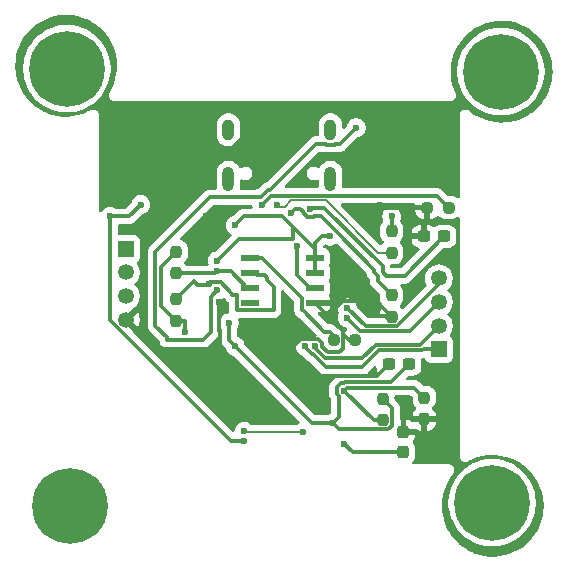
<source format=gbr>
%TF.GenerationSoftware,KiCad,Pcbnew,9.0.7*%
%TF.CreationDate,2026-02-19T19:24:31+05:30*%
%TF.ProjectId,pcb-n-as5600,7063622d-6e2d-4617-9335-3630302e6b69,rev?*%
%TF.SameCoordinates,Original*%
%TF.FileFunction,Copper,L2,Bot*%
%TF.FilePolarity,Positive*%
%FSLAX46Y46*%
G04 Gerber Fmt 4.6, Leading zero omitted, Abs format (unit mm)*
G04 Created by KiCad (PCBNEW 9.0.7) date 2026-02-19 19:24:31*
%MOMM*%
%LPD*%
G01*
G04 APERTURE LIST*
G04 Aperture macros list*
%AMRoundRect*
0 Rectangle with rounded corners*
0 $1 Rounding radius*
0 $2 $3 $4 $5 $6 $7 $8 $9 X,Y pos of 4 corners*
0 Add a 4 corners polygon primitive as box body*
4,1,4,$2,$3,$4,$5,$6,$7,$8,$9,$2,$3,0*
0 Add four circle primitives for the rounded corners*
1,1,$1+$1,$2,$3*
1,1,$1+$1,$4,$5*
1,1,$1+$1,$6,$7*
1,1,$1+$1,$8,$9*
0 Add four rect primitives between the rounded corners*
20,1,$1+$1,$2,$3,$4,$5,0*
20,1,$1+$1,$4,$5,$6,$7,0*
20,1,$1+$1,$6,$7,$8,$9,0*
20,1,$1+$1,$8,$9,$2,$3,0*%
G04 Aperture macros list end*
%TA.AperFunction,HeatsinkPad*%
%ADD10O,1.000000X2.100000*%
%TD*%
%TA.AperFunction,HeatsinkPad*%
%ADD11O,1.000000X1.800000*%
%TD*%
%TA.AperFunction,ComponentPad*%
%ADD12C,6.400000*%
%TD*%
%TA.AperFunction,ComponentPad*%
%ADD13C,1.350000*%
%TD*%
%TA.AperFunction,ComponentPad*%
%ADD14R,1.350000X1.350000*%
%TD*%
%TA.AperFunction,SMDPad,CuDef*%
%ADD15RoundRect,0.237500X0.237500X-0.300000X0.237500X0.300000X-0.237500X0.300000X-0.237500X-0.300000X0*%
%TD*%
%TA.AperFunction,SMDPad,CuDef*%
%ADD16RoundRect,0.237500X0.300000X0.237500X-0.300000X0.237500X-0.300000X-0.237500X0.300000X-0.237500X0*%
%TD*%
%TA.AperFunction,SMDPad,CuDef*%
%ADD17RoundRect,0.237500X-0.237500X0.250000X-0.237500X-0.250000X0.237500X-0.250000X0.237500X0.250000X0*%
%TD*%
%TA.AperFunction,SMDPad,CuDef*%
%ADD18R,1.500000X0.600000*%
%TD*%
%TA.AperFunction,SMDPad,CuDef*%
%ADD19RoundRect,0.237500X-0.250000X-0.237500X0.250000X-0.237500X0.250000X0.237500X-0.250000X0.237500X0*%
%TD*%
%TA.AperFunction,SMDPad,CuDef*%
%ADD20RoundRect,0.237500X0.237500X-0.250000X0.237500X0.250000X-0.237500X0.250000X-0.237500X-0.250000X0*%
%TD*%
%TA.AperFunction,SMDPad,CuDef*%
%ADD21RoundRect,0.237500X-0.300000X-0.237500X0.300000X-0.237500X0.300000X0.237500X-0.300000X0.237500X0*%
%TD*%
%TA.AperFunction,ViaPad*%
%ADD22C,0.600000*%
%TD*%
%TA.AperFunction,Conductor*%
%ADD23C,0.200000*%
%TD*%
%TA.AperFunction,Conductor*%
%ADD24C,0.300000*%
%TD*%
G04 APERTURE END LIST*
D10*
%TO.P,J6,S1,SHIELD*%
%TO.N,unconnected-(J6-SHIELD-PadS1)*%
X156570000Y-77855000D03*
D11*
%TO.N,unconnected-(J6-SHIELD-PadS1)_3*%
X156570000Y-73675000D03*
D10*
%TO.N,unconnected-(J6-SHIELD-PadS1)_2*%
X147930000Y-77855000D03*
D11*
%TO.N,unconnected-(J6-SHIELD-PadS1)_1*%
X147930000Y-73675000D03*
%TD*%
D12*
%TO.P,H2,1*%
%TO.N,N/C*%
X134250000Y-68500000D03*
%TD*%
D13*
%TO.P,J2,4,Pin_4*%
%TO.N,dum4*%
X165750000Y-86250000D03*
%TO.P,J2,3,Pin_3*%
%TO.N,dum3*%
X165750000Y-88250000D03*
%TO.P,J2,2,Pin_2*%
%TO.N,dum2*%
X165750000Y-90250000D03*
D14*
%TO.P,J2,1,Pin_1*%
%TO.N,dum1*%
X165750000Y-92250000D03*
%TD*%
D12*
%TO.P,H1,1*%
%TO.N,N/C*%
X134500000Y-105500000D03*
%TD*%
%TO.P,H4,1*%
%TO.N,N/C*%
X170250000Y-105250000D03*
%TD*%
%TO.P,H3,1*%
%TO.N,N/C*%
X171000000Y-68750000D03*
%TD*%
D14*
%TO.P,J1,1,Pin_1*%
%TO.N,SWDIO*%
X139250000Y-83750000D03*
D13*
%TO.P,J1,2,Pin_2*%
%TO.N,SCLK*%
X139250000Y-85750000D03*
%TO.P,J1,3,Pin_3*%
%TO.N,+3.3V*%
X139250000Y-87750000D03*
%TO.P,J1,4,Pin_4*%
%TO.N,GND*%
X139250000Y-89750000D03*
%TD*%
D15*
%TO.P,C4,1*%
%TO.N,+5V*%
X162750000Y-100975000D03*
%TO.P,C4,2*%
%TO.N,GND*%
X162750000Y-99250000D03*
%TD*%
D16*
%TO.P,C7,2*%
%TO.N,GND*%
X161500000Y-93500000D03*
%TO.P,C7,1*%
%TO.N,+3.3V*%
X163225000Y-93500000D03*
%TD*%
D17*
%TO.P,R3,2*%
%TO.N,GND*%
X164500000Y-98162500D03*
%TO.P,R3,1*%
%TO.N,Net-(U1-ADJ)*%
X164500000Y-96337500D03*
%TD*%
D18*
%TO.P,U4,8,DIR*%
%TO.N,Net-(U4-DIR)*%
X149750000Y-84500000D03*
%TO.P,U4,7,SCL*%
%TO.N,SCL*%
X149750000Y-85770000D03*
%TO.P,U4,6,SDA*%
%TO.N,SDA*%
X149750000Y-87040000D03*
%TO.P,U4,5,PGO*%
%TO.N,unconnected-(U4-PGO-Pad5)*%
X149750000Y-88310000D03*
%TO.P,U4,4,GND*%
%TO.N,GND*%
X155250000Y-88310000D03*
%TO.P,U4,3,OUT*%
%TO.N,/OUT*%
X155250000Y-87040000D03*
%TO.P,U4,2,VDD3V3*%
%TO.N,+3.3V*%
X155250000Y-85770000D03*
%TO.P,U4,1,VDD5V*%
X155250000Y-84500000D03*
%TD*%
D19*
%TO.P,R1,2*%
%TO.N,GND*%
X158662500Y-91500000D03*
%TO.P,R1,1*%
%TO.N,Net-(U4-DIR)*%
X156837500Y-91500000D03*
%TD*%
D17*
%TO.P,R2,2*%
%TO.N,MCU_D+*%
X161750000Y-84075000D03*
%TO.P,R2,1*%
%TO.N,+3.3V*%
X161750000Y-82250000D03*
%TD*%
D20*
%TO.P,R13,2*%
%TO.N,SCL*%
X143500000Y-88000000D03*
%TO.P,R13,1*%
%TO.N,+3.3V*%
X143500000Y-89825000D03*
%TD*%
D19*
%TO.P,R8,2*%
%TO.N,Net-(J6-CC2)*%
X166575000Y-80250000D03*
%TO.P,R8,1*%
%TO.N,GND*%
X164750000Y-80250000D03*
%TD*%
D17*
%TO.P,R4,2*%
%TO.N,Net-(U1-ADJ)*%
X161000000Y-98250000D03*
%TO.P,R4,1*%
%TO.N,+3.3V*%
X161000000Y-96425000D03*
%TD*%
D21*
%TO.P,C8,2*%
%TO.N,Net-(C8-Pad2)*%
X166200000Y-82700000D03*
%TO.P,C8,1*%
%TO.N,GND*%
X164475000Y-82700000D03*
%TD*%
D17*
%TO.P,R7,2*%
%TO.N,SDA*%
X143500000Y-85825000D03*
%TO.P,R7,1*%
%TO.N,+3.3V*%
X143500000Y-84000000D03*
%TD*%
D20*
%TO.P,R11,2*%
%TO.N,Net-(J6-CC1)*%
X161750000Y-87675000D03*
%TO.P,R11,1*%
%TO.N,GND*%
X161750000Y-89500000D03*
%TD*%
D22*
%TO.N,GND*%
X146000000Y-81000000D03*
X148000000Y-80250000D03*
%TO.N,/OSC_IN*%
X154250000Y-99250000D03*
X149250000Y-99199997D03*
%TO.N,+3.3V*%
X144250000Y-90750000D03*
X148000000Y-90000000D03*
X148500000Y-92000000D03*
X148500000Y-81750000D03*
X161750000Y-81000000D03*
X156750000Y-98500000D03*
X147002618Y-84752618D03*
X156540064Y-82666407D03*
%TO.N,Net-(J6-CC2)*%
X150750000Y-80000000D03*
%TO.N,Net-(C8-Pad2)*%
X154875000Y-80375000D03*
%TO.N,BOOTO*%
X158750000Y-73500000D03*
X147000000Y-87250000D03*
%TO.N,NRST*%
X140500000Y-80000000D03*
X137900000Y-81000000D03*
X149250000Y-100000000D03*
%TO.N,GND*%
X142750000Y-81750000D03*
X158500000Y-77750000D03*
X153250000Y-92250000D03*
X147100000Y-88250000D03*
X160750000Y-80000000D03*
%TO.N,/OUT*%
X153750000Y-83500000D03*
%TO.N,+5V*%
X157750000Y-100250000D03*
%TO.N,Net-(J6-CC1)*%
X153250000Y-80750000D03*
%TO.N,MCU_D+*%
X152000000Y-80000000D03*
%TO.N,Net-(U1-ADJ)*%
X157750000Y-95750000D03*
%TO.N,dum1*%
X154449997Y-92000000D03*
%TO.N,dum2*%
X155250000Y-92000000D03*
%TO.N,dum3*%
X157975737Y-89574266D03*
%TO.N,dum4*%
X158000000Y-88750000D03*
%TO.N,SDA*%
X147000000Y-85649994D03*
%TO.N,SCL*%
X146250000Y-86750000D03*
%TD*%
D23*
%TO.N,GND*%
X147250000Y-81000000D02*
X146000000Y-81000000D01*
X148000000Y-80250000D02*
X147250000Y-81000000D01*
D24*
X142750000Y-80250000D02*
X142750000Y-81750000D01*
X147750000Y-75250000D02*
X142750000Y-80250000D01*
X148250000Y-75250000D02*
X147750000Y-75250000D01*
X149250000Y-74250000D02*
X148250000Y-75250000D01*
X149250000Y-73750000D02*
X149250000Y-74250000D01*
X151250000Y-71750000D02*
X149250000Y-73750000D01*
X160147943Y-71750000D02*
X151250000Y-71750000D01*
X160548000Y-72150057D02*
X160147943Y-71750000D01*
X161250000Y-75000000D02*
X161250000Y-72150057D01*
X158500000Y-77750000D02*
X161250000Y-75000000D01*
X161250000Y-72150057D02*
X160548000Y-72150057D01*
%TO.N,dum2*%
X155350000Y-92100000D02*
X155250000Y-92000000D01*
X155350000Y-92241420D02*
X155350000Y-92100000D01*
X157524654Y-93027000D02*
X156135580Y-93027000D01*
X157551655Y-93000000D02*
X157524654Y-93027000D01*
X159250000Y-93000000D02*
X157551655Y-93000000D01*
X156135580Y-93027000D02*
X155350000Y-92241420D01*
X164151000Y-91849000D02*
X160401000Y-91849000D01*
X165750000Y-90250000D02*
X164151000Y-91849000D01*
X160401000Y-91849000D02*
X159250000Y-93000000D01*
%TO.N,dum1*%
X154449997Y-92049940D02*
X154449997Y-92000000D01*
X154599000Y-92198943D02*
X154449997Y-92049940D01*
X154599000Y-92269654D02*
X154599000Y-92198943D01*
X155051057Y-92651000D02*
X154980346Y-92651000D01*
X156150057Y-93750000D02*
X155051057Y-92651000D01*
X159250000Y-93750000D02*
X156150057Y-93750000D01*
X160650000Y-92350000D02*
X159250000Y-93750000D01*
X164358520Y-92350000D02*
X160650000Y-92350000D01*
X165750000Y-92250000D02*
X164458521Y-92250000D01*
X164458521Y-92250000D02*
X164358520Y-92350000D01*
X154980346Y-92651000D02*
X154599000Y-92269654D01*
%TO.N,GND*%
X157582960Y-94500000D02*
X155500000Y-94500000D01*
X155500000Y-94500000D02*
X153250000Y-92250000D01*
X160502000Y-94498000D02*
X157584959Y-94498000D01*
X157584959Y-94498000D02*
X157582960Y-94500000D01*
X161500000Y-93500000D02*
X160502000Y-94498000D01*
%TO.N,Net-(U4-DIR)*%
X150750000Y-84500000D02*
X149750000Y-84500000D01*
X156038000Y-90750000D02*
X154249000Y-88961000D01*
X154149000Y-88961000D02*
X154149000Y-87899000D01*
X156500000Y-90750000D02*
X156038000Y-90750000D01*
X156837500Y-91087500D02*
X156500000Y-90750000D01*
X156837500Y-91750000D02*
X156837500Y-91087500D01*
X154249000Y-88961000D02*
X154149000Y-88961000D01*
X154149000Y-87899000D02*
X150750000Y-84500000D01*
%TO.N,SCL*%
X146401000Y-86599000D02*
X146250000Y-86750000D01*
X147269654Y-86599000D02*
X146401000Y-86599000D01*
X148240943Y-87570289D02*
X147269654Y-86599000D01*
X148240943Y-87641000D02*
X148240943Y-87570289D01*
X148649000Y-87641000D02*
X148240943Y-87641000D01*
X148649000Y-88961000D02*
X148649000Y-87641000D01*
X151180480Y-86180480D02*
X151180480Y-86389000D01*
X151180480Y-86389000D02*
X151750000Y-86958520D01*
X151750000Y-86958520D02*
X151750000Y-88961000D01*
X150362000Y-86000000D02*
X151000000Y-86000000D01*
X151750000Y-88961000D02*
X148649000Y-88961000D01*
X150132000Y-85770000D02*
X150362000Y-86000000D01*
X149750000Y-85770000D02*
X150132000Y-85770000D01*
X151000000Y-86000000D02*
X151180480Y-86180480D01*
%TO.N,+3.3V*%
X157250000Y-98000000D02*
X156750000Y-98500000D01*
X157250000Y-96170654D02*
X157250000Y-98000000D01*
X157099000Y-95480346D02*
X157099000Y-96019654D01*
X157099000Y-96019654D02*
X157250000Y-96170654D01*
X157480346Y-95099000D02*
X157099000Y-95480346D01*
X157792480Y-94999000D02*
X157692479Y-95099000D01*
X161726000Y-94999000D02*
X157792480Y-94999000D01*
X163225000Y-93500000D02*
X161726000Y-94999000D01*
X157692479Y-95099000D02*
X157480346Y-95099000D01*
D23*
%TO.N,/OSC_IN*%
X149300003Y-99250000D02*
X154250000Y-99250000D01*
X149250000Y-99199997D02*
X149300003Y-99250000D01*
D24*
%TO.N,+3.3V*%
X144250000Y-89900000D02*
X144175000Y-89825000D01*
X144175000Y-89825000D02*
X143500000Y-89825000D01*
X144250000Y-90750000D02*
X144250000Y-89900000D01*
X155250000Y-84150057D02*
X155250000Y-84500000D01*
X148500000Y-81750000D02*
X149250000Y-81000000D01*
X147002618Y-84752618D02*
X148856236Y-82899000D01*
X155833593Y-82666407D02*
X156540064Y-82666407D01*
X155250000Y-83750000D02*
X155250000Y-83250000D01*
X161776000Y-97201000D02*
X161776000Y-98729634D01*
X148000000Y-91500000D02*
X148000000Y-90000000D01*
X156750000Y-98500000D02*
X155000000Y-98500000D01*
X161000000Y-96425000D02*
X161776000Y-97201000D01*
X153430346Y-82899000D02*
X153430346Y-81930346D01*
X155000000Y-98500000D02*
X148500000Y-92000000D01*
X142250000Y-85250000D02*
X142250000Y-88575000D01*
X157288500Y-99038500D02*
X156750000Y-98500000D01*
X152500000Y-81000000D02*
X153430346Y-81930346D01*
X149250000Y-81000000D02*
X152500000Y-81000000D01*
X148856236Y-82899000D02*
X153430346Y-82899000D01*
X155250000Y-83250000D02*
X155833593Y-82666407D01*
X161467134Y-99038500D02*
X157288500Y-99038500D01*
X161750000Y-82250000D02*
X161750000Y-81000000D01*
X143500000Y-84000000D02*
X142250000Y-85250000D01*
X142250000Y-88575000D02*
X143500000Y-89825000D01*
X155250000Y-83750000D02*
X153430346Y-81930346D01*
X155250000Y-85770000D02*
X155250000Y-84500000D01*
X148500000Y-92000000D02*
X148000000Y-91500000D01*
X155250000Y-84500000D02*
X155250000Y-83750000D01*
X161776000Y-98729634D02*
X161467134Y-99038500D01*
%TO.N,Net-(J6-CC2)*%
X166575000Y-80250000D02*
X165573000Y-79248000D01*
X165573000Y-79248000D02*
X151502000Y-79248000D01*
X151502000Y-79248000D02*
X150750000Y-80000000D01*
%TO.N,Net-(C8-Pad2)*%
X160974000Y-85729634D02*
X160974000Y-85224000D01*
X156000000Y-80250000D02*
X154750000Y-80250000D01*
X162861500Y-86038500D02*
X161282866Y-86038500D01*
X160974000Y-85224000D02*
X156000000Y-80250000D01*
X166200000Y-82700000D02*
X162861500Y-86038500D01*
X161282866Y-86038500D02*
X160974000Y-85729634D01*
%TO.N,BOOTO*%
X156217504Y-74926000D02*
X156167504Y-74876000D01*
X142750000Y-91250000D02*
X142750000Y-91500000D01*
X156922496Y-74926000D02*
X156217504Y-74926000D01*
X156167504Y-74876000D02*
X155306900Y-74876000D01*
X158750000Y-73500000D02*
X157374000Y-74876000D01*
X146449000Y-87801000D02*
X147000000Y-87250000D01*
X150480346Y-79349000D02*
X150430346Y-79399000D01*
X151294479Y-78747000D02*
X150692480Y-79349000D01*
X142750000Y-91500000D02*
X145750000Y-91500000D01*
X156972496Y-74876000D02*
X156922496Y-74926000D01*
X155306900Y-74876000D02*
X151435900Y-78747000D01*
X150692480Y-79349000D02*
X150480346Y-79349000D01*
X151435900Y-78747000D02*
X151294479Y-78747000D01*
X145750000Y-91500000D02*
X146449000Y-90801000D01*
X146449000Y-90801000D02*
X146449000Y-87801000D01*
X141750000Y-84000000D02*
X141750000Y-90250000D01*
X141750000Y-90250000D02*
X142750000Y-91250000D01*
X146351000Y-79399000D02*
X141750000Y-84000000D01*
X157374000Y-74876000D02*
X156972496Y-74876000D01*
X150430346Y-79399000D02*
X146351000Y-79399000D01*
%TO.N,NRST*%
X137900000Y-89780273D02*
X137900000Y-81000000D01*
X148119727Y-100000000D02*
X137900000Y-89780273D01*
X149250000Y-100000000D02*
X148119727Y-100000000D01*
X139500000Y-81000000D02*
X140500000Y-80000000D01*
X137900000Y-81000000D02*
X139500000Y-81000000D01*
%TO.N,GND*%
X157626000Y-90686000D02*
X157626000Y-91000000D01*
X157601000Y-88149000D02*
X156345000Y-89405000D01*
X146250000Y-92250000D02*
X147250000Y-91250000D01*
X157317134Y-92526000D02*
X156343100Y-92526000D01*
X155498943Y-91399000D02*
X154101000Y-91399000D01*
X161750000Y-89500000D02*
X160399000Y-88149000D01*
X158376000Y-91750000D02*
X157626000Y-91000000D01*
X155250000Y-88310000D02*
X156345000Y-89405000D01*
X160399000Y-88149000D02*
X157601000Y-88149000D01*
X161000000Y-80250000D02*
X160750000Y-80000000D01*
X147100000Y-90717100D02*
X147100000Y-88250000D01*
X155851000Y-92033900D02*
X155851000Y-91751057D01*
X156345000Y-89405000D02*
X157626000Y-90686000D01*
X155851000Y-91751057D02*
X155498943Y-91399000D01*
X157626000Y-92217134D02*
X157317134Y-92526000D01*
X147250000Y-90867100D02*
X147100000Y-90717100D01*
X147250000Y-91250000D02*
X147250000Y-90867100D01*
X161750000Y-89500000D02*
X161250000Y-89500000D01*
X154101000Y-91399000D02*
X153250000Y-92250000D01*
X157626000Y-91000000D02*
X157626000Y-92217134D01*
X139250000Y-89750000D02*
X141750000Y-92250000D01*
X158662500Y-91750000D02*
X158376000Y-91750000D01*
X141750000Y-92250000D02*
X146250000Y-92250000D01*
X164750000Y-80250000D02*
X161000000Y-80250000D01*
X156343100Y-92526000D02*
X155851000Y-92033900D01*
%TO.N,/OUT*%
X153750000Y-85990000D02*
X154800000Y-87040000D01*
X153750000Y-83500000D02*
X153750000Y-85990000D01*
X154800000Y-87040000D02*
X155250000Y-87040000D01*
%TO.N,+5V*%
X158475000Y-100975000D02*
X157750000Y-100250000D01*
X162750000Y-100975000D02*
X158475000Y-100975000D01*
%TO.N,Net-(J6-CC1)*%
X160250000Y-85500000D02*
X160250000Y-85750000D01*
X157191064Y-82441064D02*
X160250000Y-85500000D01*
X154605346Y-81026000D02*
X155144654Y-81026000D01*
X154224000Y-80573943D02*
X154224000Y-80644654D01*
X156765407Y-82015407D02*
X156809718Y-82015407D01*
X154224000Y-80644654D02*
X154605346Y-81026000D01*
X153250000Y-80750000D02*
X153250000Y-80699886D01*
X157191064Y-82396753D02*
X157191064Y-82441064D01*
X153599943Y-80349943D02*
X154000000Y-80349943D01*
X160573000Y-86498000D02*
X161750000Y-87675000D01*
X160250000Y-85750000D02*
X160573000Y-86073000D01*
X156809718Y-82015407D02*
X157191064Y-82396753D01*
X155726000Y-80976000D02*
X156765407Y-82015407D01*
X160573000Y-86073000D02*
X160573000Y-86498000D01*
X155194654Y-80976000D02*
X155726000Y-80976000D01*
X155144654Y-81026000D02*
X155194654Y-80976000D01*
X153250000Y-80699886D02*
X153599943Y-80349943D01*
X154000000Y-80349943D02*
X154224000Y-80573943D01*
D23*
%TO.N,MCU_D+*%
X152200060Y-80200060D02*
X152699997Y-80200060D01*
X153251057Y-79649000D02*
X156149000Y-79649000D01*
X152000000Y-80000000D02*
X152200060Y-80200060D01*
X156149000Y-79649000D02*
X160575000Y-84075000D01*
X160575000Y-84075000D02*
X161750000Y-84075000D01*
X152699997Y-80200060D02*
X153251057Y-79649000D01*
D24*
%TO.N,Net-(U1-ADJ)*%
X161000000Y-98250000D02*
X160250000Y-98250000D01*
X163662500Y-95500000D02*
X158000000Y-95500000D01*
X158000000Y-95500000D02*
X157750000Y-95750000D01*
X160250000Y-98250000D02*
X157750000Y-95750000D01*
X164500000Y-96337500D02*
X163662500Y-95500000D01*
%TO.N,dum3*%
X163310500Y-90689500D02*
X159090971Y-90689500D01*
X159090971Y-90689500D02*
X157975737Y-89574266D01*
X165750000Y-88250000D02*
X163310500Y-90689500D01*
%TO.N,dum4*%
X159538500Y-90288500D02*
X158000000Y-88750000D01*
X165750000Y-86250000D02*
X165750000Y-86755634D01*
X162217134Y-90288500D02*
X159538500Y-90288500D01*
X165750000Y-86755634D02*
X162217134Y-90288500D01*
%TO.N,SDA*%
X149540000Y-87040000D02*
X148149994Y-85649994D01*
X143500000Y-85825000D02*
X146824994Y-85825000D01*
X149750000Y-87040000D02*
X149540000Y-87040000D01*
X146824994Y-85825000D02*
X147000000Y-85649994D01*
X148149994Y-85649994D02*
X147000000Y-85649994D01*
%TO.N,SCL*%
X145300003Y-86800003D02*
X146250000Y-86800003D01*
X143500000Y-88000000D02*
X145000000Y-86500000D01*
X145000000Y-86500000D02*
X145300003Y-86800003D01*
%TD*%
%TA.AperFunction,Conductor*%
%TO.N,GND*%
G36*
X163705539Y-79918185D02*
G01*
X163751294Y-79970989D01*
X163756244Y-79993744D01*
X163762500Y-80000000D01*
X164626000Y-80000000D01*
X164693039Y-80019685D01*
X164738794Y-80072489D01*
X164750000Y-80124000D01*
X164750000Y-80250000D01*
X164876000Y-80250000D01*
X164943039Y-80269685D01*
X164988794Y-80322489D01*
X165000000Y-80374000D01*
X165000000Y-81224999D01*
X165049140Y-81224999D01*
X165049154Y-81224998D01*
X165150152Y-81214680D01*
X165313800Y-81160453D01*
X165313811Y-81160448D01*
X165460533Y-81069948D01*
X165574464Y-80956017D01*
X165635787Y-80922532D01*
X165705479Y-80927516D01*
X165749827Y-80956017D01*
X165864150Y-81070340D01*
X166010984Y-81160908D01*
X166174747Y-81215174D01*
X166275823Y-81225500D01*
X166874176Y-81225499D01*
X166874184Y-81225498D01*
X166874187Y-81225498D01*
X166929530Y-81219844D01*
X166975253Y-81215174D01*
X167139016Y-81160908D01*
X167285850Y-81070340D01*
X167287819Y-81068371D01*
X167289502Y-81067451D01*
X167291513Y-81065862D01*
X167291784Y-81066205D01*
X167349142Y-81034886D01*
X167418834Y-81039870D01*
X167474767Y-81081742D01*
X167499184Y-81147206D01*
X167499500Y-81156052D01*
X167499500Y-101275962D01*
X167498127Y-101336139D01*
X167499500Y-101341774D01*
X167499500Y-101347573D01*
X167506505Y-101373715D01*
X167514706Y-101404326D01*
X167515405Y-101407060D01*
X167529322Y-101464175D01*
X167531412Y-101469567D01*
X167533609Y-101474871D01*
X167562993Y-101525766D01*
X167562994Y-101525766D01*
X167563707Y-101527001D01*
X167592595Y-101579780D01*
X167596599Y-101583971D01*
X167599500Y-101588995D01*
X167599501Y-101588996D01*
X167599503Y-101588999D01*
X167599504Y-101589000D01*
X167621060Y-101610555D01*
X167642075Y-101631570D01*
X167683631Y-101675066D01*
X167688582Y-101678077D01*
X167692686Y-101682181D01*
X167692689Y-101682183D01*
X167692692Y-101682185D01*
X167713409Y-101694145D01*
X167744854Y-101712300D01*
X167796227Y-101743544D01*
X167801786Y-101745170D01*
X167806814Y-101748073D01*
X167864999Y-101763663D01*
X167922710Y-101780547D01*
X167928503Y-101780679D01*
X167934108Y-101782181D01*
X167994326Y-101782181D01*
X168054459Y-101783553D01*
X168060090Y-101782181D01*
X168065892Y-101782181D01*
X168124059Y-101766595D01*
X168182498Y-101752357D01*
X168187577Y-101749576D01*
X168193176Y-101748076D01*
X168193177Y-101748075D01*
X168193186Y-101748073D01*
X168238219Y-101722072D01*
X168245879Y-101718001D01*
X168602638Y-101544207D01*
X168613418Y-101539576D01*
X168985349Y-101400273D01*
X168996518Y-101396683D01*
X169379992Y-101293267D01*
X169391458Y-101290752D01*
X169783013Y-101224157D01*
X169794657Y-101222742D01*
X170190732Y-101193570D01*
X170202491Y-101193264D01*
X170599568Y-101201775D01*
X170611274Y-101202583D01*
X171005740Y-101248700D01*
X171017344Y-101250619D01*
X171405656Y-101333924D01*
X171417008Y-101336929D01*
X171795689Y-101456680D01*
X171806704Y-101460747D01*
X172172320Y-101615856D01*
X172182903Y-101620951D01*
X172532159Y-101810020D01*
X172542230Y-101816106D01*
X172871984Y-102037434D01*
X172881421Y-102044439D01*
X173188718Y-102296042D01*
X173197448Y-102303910D01*
X173447608Y-102551891D01*
X173479493Y-102583498D01*
X173487445Y-102592166D01*
X173693456Y-102839338D01*
X173741718Y-102897242D01*
X173748815Y-102906630D01*
X173914341Y-103148644D01*
X173973010Y-103234422D01*
X173979182Y-103244435D01*
X174149897Y-103553303D01*
X174171297Y-103592020D01*
X174176495Y-103602579D01*
X174334787Y-103966801D01*
X174338961Y-103977806D01*
X174462012Y-104355403D01*
X174465123Y-104366753D01*
X174551818Y-104754299D01*
X174553840Y-104765894D01*
X174603404Y-105159932D01*
X174604317Y-105171665D01*
X174616301Y-105568623D01*
X174616097Y-105580391D01*
X174590393Y-105976686D01*
X174589075Y-105988381D01*
X174525914Y-106380462D01*
X174523493Y-106391980D01*
X174423444Y-106776311D01*
X174419942Y-106787546D01*
X174283909Y-107160656D01*
X174279357Y-107171510D01*
X174108563Y-107530040D01*
X174103003Y-107540413D01*
X173898984Y-107881144D01*
X173892465Y-107890943D01*
X173657073Y-108210781D01*
X173649655Y-108219919D01*
X173384983Y-108516018D01*
X173376732Y-108524410D01*
X173085197Y-108794068D01*
X173076187Y-108801641D01*
X172760384Y-109042456D01*
X172750698Y-109049140D01*
X172413499Y-109258924D01*
X172403222Y-109264660D01*
X172047647Y-109441532D01*
X172036872Y-109446268D01*
X171666135Y-109588631D01*
X171654961Y-109592324D01*
X171272380Y-109698903D01*
X171260905Y-109701519D01*
X170869965Y-109771342D01*
X170858294Y-109772859D01*
X170462489Y-109805305D01*
X170450726Y-109805709D01*
X170053625Y-109800483D01*
X170041878Y-109799770D01*
X169647056Y-109756920D01*
X169635428Y-109755096D01*
X169246464Y-109675010D01*
X169235063Y-109672093D01*
X168855421Y-109555485D01*
X168844347Y-109551499D01*
X168602532Y-109451263D01*
X168477473Y-109399425D01*
X168466839Y-109394413D01*
X168116043Y-109208246D01*
X168105923Y-109202244D01*
X168085250Y-109188615D01*
X167774341Y-108983647D01*
X167764847Y-108976720D01*
X167547368Y-108801641D01*
X167455495Y-108727680D01*
X167446688Y-108719873D01*
X167162346Y-108442634D01*
X167154319Y-108434027D01*
X166897534Y-108131071D01*
X166890358Y-108121742D01*
X166884785Y-108113737D01*
X166767334Y-107945024D01*
X166663456Y-107795809D01*
X166657198Y-107785842D01*
X166519709Y-107541880D01*
X166462212Y-107439856D01*
X166456937Y-107429359D01*
X166295629Y-107066443D01*
X166291370Y-107055486D01*
X166278195Y-107016165D01*
X166165198Y-106678915D01*
X166161993Y-106667591D01*
X166159124Y-106655247D01*
X166072093Y-106280765D01*
X166069977Y-106269190D01*
X166069395Y-106264853D01*
X166017154Y-105875574D01*
X166016145Y-105863858D01*
X166000878Y-105467008D01*
X166000983Y-105455262D01*
X166022874Y-105068206D01*
X166549500Y-105068206D01*
X166549500Y-105431794D01*
X166560337Y-105541829D01*
X166585137Y-105793630D01*
X166656064Y-106150212D01*
X166656067Y-106150223D01*
X166761614Y-106498165D01*
X166900754Y-106834078D01*
X166900756Y-106834083D01*
X167072140Y-107154720D01*
X167072151Y-107154738D01*
X167274140Y-107457035D01*
X167274150Y-107457049D01*
X167504807Y-107738106D01*
X167761893Y-107995192D01*
X167761898Y-107995196D01*
X167761899Y-107995197D01*
X168042956Y-108225854D01*
X168345268Y-108427853D01*
X168345277Y-108427858D01*
X168345279Y-108427859D01*
X168665916Y-108599243D01*
X168665918Y-108599243D01*
X168665924Y-108599247D01*
X169001836Y-108738386D01*
X169349767Y-108843930D01*
X169349773Y-108843931D01*
X169349776Y-108843932D01*
X169349787Y-108843935D01*
X169706369Y-108914862D01*
X170068206Y-108950500D01*
X170068209Y-108950500D01*
X170431791Y-108950500D01*
X170431794Y-108950500D01*
X170793631Y-108914862D01*
X170863045Y-108901054D01*
X171150212Y-108843935D01*
X171150223Y-108843932D01*
X171150223Y-108843931D01*
X171150233Y-108843930D01*
X171498164Y-108738386D01*
X171834076Y-108599247D01*
X172154732Y-108427853D01*
X172457044Y-108225854D01*
X172738101Y-107995197D01*
X172995197Y-107738101D01*
X173225854Y-107457044D01*
X173427853Y-107154732D01*
X173599247Y-106834076D01*
X173738386Y-106498164D01*
X173843930Y-106150233D01*
X173843932Y-106150223D01*
X173843935Y-106150212D01*
X173902285Y-105856859D01*
X173914862Y-105793631D01*
X173950500Y-105431794D01*
X173950500Y-105068206D01*
X173914862Y-104706369D01*
X173898082Y-104622008D01*
X173843935Y-104349787D01*
X173843932Y-104349776D01*
X173843931Y-104349773D01*
X173843930Y-104349767D01*
X173738386Y-104001836D01*
X173599247Y-103665924D01*
X173565388Y-103602579D01*
X173427859Y-103345279D01*
X173427858Y-103345277D01*
X173427853Y-103345268D01*
X173225854Y-103042956D01*
X172995197Y-102761899D01*
X172995196Y-102761898D01*
X172995192Y-102761893D01*
X172738106Y-102504807D01*
X172457049Y-102274150D01*
X172457048Y-102274149D01*
X172457044Y-102274146D01*
X172154732Y-102072147D01*
X172154727Y-102072144D01*
X172154720Y-102072140D01*
X171834083Y-101900756D01*
X171834078Y-101900754D01*
X171808941Y-101890342D01*
X171648949Y-101824071D01*
X171498165Y-101761614D01*
X171150223Y-101656067D01*
X171150212Y-101656064D01*
X170793630Y-101585137D01*
X170521111Y-101558296D01*
X170431794Y-101549500D01*
X170068206Y-101549500D01*
X169985679Y-101557628D01*
X169706369Y-101585137D01*
X169349787Y-101656064D01*
X169349776Y-101656067D01*
X169001834Y-101761614D01*
X168665921Y-101900754D01*
X168665916Y-101900756D01*
X168345279Y-102072140D01*
X168345261Y-102072151D01*
X168042964Y-102274140D01*
X168042950Y-102274150D01*
X167761893Y-102504807D01*
X167504807Y-102761893D01*
X167274150Y-103042950D01*
X167274140Y-103042964D01*
X167072151Y-103345261D01*
X167072140Y-103345279D01*
X166900756Y-103665916D01*
X166900754Y-103665921D01*
X166761614Y-104001834D01*
X166656067Y-104349776D01*
X166656064Y-104349787D01*
X166585137Y-104706369D01*
X166570101Y-104859041D01*
X166549500Y-105068206D01*
X166022874Y-105068206D01*
X166023409Y-105058751D01*
X166024577Y-105047605D01*
X166024564Y-105047515D01*
X166024640Y-105046996D01*
X166024646Y-105046947D01*
X166024707Y-105046548D01*
X166024721Y-105046455D01*
X166072691Y-104732132D01*
X166084548Y-104654437D01*
X166086868Y-104642929D01*
X166183740Y-104257759D01*
X166187142Y-104246521D01*
X166320093Y-103872271D01*
X166324544Y-103861407D01*
X166492377Y-103501452D01*
X166497838Y-103491057D01*
X166699039Y-103148636D01*
X166705466Y-103138799D01*
X166924301Y-102836246D01*
X166926490Y-102833314D01*
X166931389Y-102826947D01*
X166951023Y-102807315D01*
X166964607Y-102783784D01*
X166969615Y-102777278D01*
X166969966Y-102777021D01*
X166970970Y-102775550D01*
X166982791Y-102760743D01*
X166995186Y-102732366D01*
X167001423Y-102720017D01*
X167016915Y-102693187D01*
X167024231Y-102665881D01*
X167035547Y-102639979D01*
X167041213Y-102602503D01*
X167051023Y-102565893D01*
X167051023Y-102546944D01*
X167052417Y-102528405D01*
X167054047Y-102517623D01*
X167055249Y-102509676D01*
X167051023Y-102472011D01*
X167051023Y-102434109D01*
X167043706Y-102406803D01*
X167040555Y-102378714D01*
X167029246Y-102349862D01*
X167024934Y-102336747D01*
X167016915Y-102306815D01*
X167016913Y-102306811D01*
X167007442Y-102290407D01*
X167007442Y-102290408D01*
X167002778Y-102282330D01*
X166992466Y-102256017D01*
X166969974Y-102225512D01*
X166951023Y-102192687D01*
X166937627Y-102179291D01*
X166925502Y-102165195D01*
X166914260Y-102149947D01*
X166890052Y-102130623D01*
X166890052Y-102130622D01*
X166884630Y-102126294D01*
X166857837Y-102099501D01*
X166833361Y-102085370D01*
X166826079Y-102079557D01*
X166826071Y-102079552D01*
X166811265Y-102067733D01*
X166811263Y-102067732D01*
X166782885Y-102055335D01*
X166776531Y-102052559D01*
X166743709Y-102033609D01*
X166716403Y-102026292D01*
X166690501Y-102014977D01*
X166690500Y-102014976D01*
X166659878Y-102010346D01*
X166646333Y-102007517D01*
X166616415Y-101999501D01*
X166616414Y-101999500D01*
X166616411Y-101999500D01*
X166588147Y-101999500D01*
X166560198Y-101995275D01*
X166522533Y-101999500D01*
X163606052Y-101999500D01*
X163539013Y-101979815D01*
X163493258Y-101927011D01*
X163483314Y-101857853D01*
X163512339Y-101794297D01*
X163518371Y-101787819D01*
X163542892Y-101763298D01*
X163570340Y-101735850D01*
X163660908Y-101589016D01*
X163715174Y-101425253D01*
X163725500Y-101324177D01*
X163725499Y-100625824D01*
X163715174Y-100524747D01*
X163660908Y-100360984D01*
X163570340Y-100214150D01*
X163556017Y-100199827D01*
X163522532Y-100138504D01*
X163527516Y-100068812D01*
X163556021Y-100024460D01*
X163569947Y-100010535D01*
X163660448Y-99863811D01*
X163660453Y-99863800D01*
X163714680Y-99700152D01*
X163724999Y-99599154D01*
X163725000Y-99599141D01*
X163725000Y-99500000D01*
X162874000Y-99500000D01*
X162806961Y-99480315D01*
X162761206Y-99427511D01*
X162750000Y-99376000D01*
X162750000Y-99250000D01*
X162624000Y-99250000D01*
X162556961Y-99230315D01*
X162511206Y-99177511D01*
X162500000Y-99126000D01*
X162500000Y-99000000D01*
X163000000Y-99000000D01*
X163774992Y-99000000D01*
X163840090Y-99018462D01*
X163948693Y-99085451D01*
X164112347Y-99139680D01*
X164213352Y-99149999D01*
X164250000Y-99149999D01*
X164750000Y-99149999D01*
X164786640Y-99149999D01*
X164786654Y-99149998D01*
X164887652Y-99139680D01*
X165051300Y-99085453D01*
X165051311Y-99085448D01*
X165198034Y-98994947D01*
X165198038Y-98994944D01*
X165319944Y-98873038D01*
X165319947Y-98873034D01*
X165410448Y-98726311D01*
X165410453Y-98726300D01*
X165464680Y-98562652D01*
X165474999Y-98461654D01*
X165475000Y-98461641D01*
X165475000Y-98412500D01*
X164750000Y-98412500D01*
X164750000Y-99149999D01*
X164250000Y-99149999D01*
X164250000Y-98412500D01*
X163511142Y-98412500D01*
X163444103Y-98392815D01*
X163402864Y-98348931D01*
X163394999Y-98334839D01*
X163301311Y-98277051D01*
X163301300Y-98277046D01*
X163137652Y-98222819D01*
X163036654Y-98212500D01*
X163000000Y-98212500D01*
X163000000Y-99000000D01*
X162500000Y-99000000D01*
X162500000Y-98212928D01*
X162463337Y-98176695D01*
X162452437Y-98157011D01*
X162437706Y-98140010D01*
X162434264Y-98124191D01*
X162429491Y-98115570D01*
X162430162Y-98105334D01*
X162426500Y-98088499D01*
X162426500Y-97136928D01*
X162401502Y-97011261D01*
X162401501Y-97011260D01*
X162401501Y-97011256D01*
X162356044Y-96901513D01*
X162352466Y-96892875D01*
X162352461Y-96892867D01*
X162318992Y-96842777D01*
X162281277Y-96786331D01*
X162011818Y-96516872D01*
X161997114Y-96489944D01*
X161980522Y-96464126D01*
X161979630Y-96457925D01*
X161978333Y-96455549D01*
X161975499Y-96429191D01*
X161975499Y-96274500D01*
X161995184Y-96207461D01*
X162047988Y-96161706D01*
X162099499Y-96150500D01*
X163341692Y-96150500D01*
X163408731Y-96170185D01*
X163429373Y-96186819D01*
X163488181Y-96245627D01*
X163521666Y-96306950D01*
X163524500Y-96333308D01*
X163524500Y-96636668D01*
X163524501Y-96636687D01*
X163534825Y-96737752D01*
X163562228Y-96820446D01*
X163589044Y-96901372D01*
X163589092Y-96901515D01*
X163589093Y-96901518D01*
X163604386Y-96926312D01*
X163656783Y-97011261D01*
X163679661Y-97048351D01*
X163793982Y-97162672D01*
X163827467Y-97223995D01*
X163822483Y-97293687D01*
X163793983Y-97338034D01*
X163680052Y-97451965D01*
X163589551Y-97598688D01*
X163589546Y-97598699D01*
X163535319Y-97762347D01*
X163525000Y-97863345D01*
X163525000Y-97912500D01*
X165474999Y-97912500D01*
X165474999Y-97863360D01*
X165474998Y-97863345D01*
X165464680Y-97762347D01*
X165410453Y-97598699D01*
X165410448Y-97598688D01*
X165319947Y-97451965D01*
X165319944Y-97451961D01*
X165206017Y-97338034D01*
X165172532Y-97276711D01*
X165177516Y-97207019D01*
X165206013Y-97162676D01*
X165320340Y-97048350D01*
X165410908Y-96901516D01*
X165465174Y-96737753D01*
X165475500Y-96636677D01*
X165475499Y-96038324D01*
X165465174Y-95937247D01*
X165410908Y-95773484D01*
X165320340Y-95626650D01*
X165198350Y-95504660D01*
X165107129Y-95448395D01*
X165051518Y-95414093D01*
X165051513Y-95414091D01*
X165050069Y-95413612D01*
X164887753Y-95359826D01*
X164887751Y-95359825D01*
X164786684Y-95349500D01*
X164786677Y-95349500D01*
X164483308Y-95349500D01*
X164416269Y-95329815D01*
X164395627Y-95313181D01*
X164077174Y-94994727D01*
X164077173Y-94994726D01*
X164077169Y-94994723D01*
X163970627Y-94923535D01*
X163852244Y-94874499D01*
X163852238Y-94874497D01*
X163726571Y-94849500D01*
X163726569Y-94849500D01*
X163094807Y-94849500D01*
X163073561Y-94843261D01*
X163051474Y-94841682D01*
X163040690Y-94833609D01*
X163027768Y-94829815D01*
X163013269Y-94813083D01*
X162995540Y-94799811D01*
X162990832Y-94787188D01*
X162982013Y-94777011D01*
X162978861Y-94755095D01*
X162971123Y-94734347D01*
X162973986Y-94721185D01*
X162972069Y-94707853D01*
X162981268Y-94687708D01*
X162985975Y-94666074D01*
X162999244Y-94648346D01*
X163001094Y-94644297D01*
X163007113Y-94637831D01*
X163133127Y-94511816D01*
X163194448Y-94478333D01*
X163220807Y-94475499D01*
X163574170Y-94475499D01*
X163574176Y-94475499D01*
X163675253Y-94465174D01*
X163839016Y-94410908D01*
X163985850Y-94320340D01*
X164107840Y-94198350D01*
X164198408Y-94051516D01*
X164252674Y-93887753D01*
X164263000Y-93786677D01*
X164262999Y-93213324D01*
X164262594Y-93209364D01*
X164255213Y-93137101D01*
X164257025Y-93127352D01*
X164254758Y-93117701D01*
X164263304Y-93093576D01*
X164267983Y-93068408D01*
X164274778Y-93061186D01*
X164278089Y-93051841D01*
X164298322Y-93036165D01*
X164315864Y-93017524D01*
X164326957Y-93013982D01*
X164333322Y-93009051D01*
X164355565Y-93004847D01*
X164367681Y-93000979D01*
X164373114Y-93000500D01*
X164422586Y-93000500D01*
X164422589Y-93000500D01*
X164461972Y-92992665D01*
X164468673Y-92992075D01*
X164496594Y-92997667D01*
X164524961Y-93000205D01*
X164530413Y-93004440D01*
X164537182Y-93005796D01*
X164557650Y-93025597D01*
X164580139Y-93043067D01*
X164584885Y-93051946D01*
X164587398Y-93054377D01*
X164588349Y-93058426D01*
X164595745Y-93072262D01*
X164631203Y-93167330D01*
X164631206Y-93167335D01*
X164717452Y-93282544D01*
X164717455Y-93282547D01*
X164832664Y-93368793D01*
X164832671Y-93368797D01*
X164967517Y-93419091D01*
X164967516Y-93419091D01*
X164974444Y-93419835D01*
X165027127Y-93425500D01*
X166472872Y-93425499D01*
X166532483Y-93419091D01*
X166667331Y-93368796D01*
X166782546Y-93282546D01*
X166868796Y-93167331D01*
X166919091Y-93032483D01*
X166925500Y-92972873D01*
X166925499Y-91527128D01*
X166919091Y-91467517D01*
X166884863Y-91375748D01*
X166868797Y-91332671D01*
X166868793Y-91332664D01*
X166782547Y-91217455D01*
X166780169Y-91215675D01*
X166756902Y-91198257D01*
X166697460Y-91153758D01*
X166655590Y-91097824D01*
X166650606Y-91028132D01*
X166671452Y-90981609D01*
X166755378Y-90866096D01*
X166839379Y-90701235D01*
X166896555Y-90525264D01*
X166925500Y-90342514D01*
X166925500Y-90157486D01*
X166896555Y-89974736D01*
X166866892Y-89883443D01*
X166839380Y-89798767D01*
X166839379Y-89798764D01*
X166755377Y-89633903D01*
X166750212Y-89626794D01*
X166646621Y-89484213D01*
X166515787Y-89353379D01*
X166511576Y-89350319D01*
X166468909Y-89294994D01*
X166462926Y-89225381D01*
X166495529Y-89163585D01*
X166511570Y-89149684D01*
X166515787Y-89146621D01*
X166646621Y-89015787D01*
X166755378Y-88866096D01*
X166839379Y-88701235D01*
X166896555Y-88525264D01*
X166925500Y-88342514D01*
X166925500Y-88157486D01*
X166896555Y-87974736D01*
X166853594Y-87842514D01*
X166839380Y-87798767D01*
X166839379Y-87798764D01*
X166776317Y-87675000D01*
X166755378Y-87633904D01*
X166646621Y-87484213D01*
X166515787Y-87353379D01*
X166511576Y-87350319D01*
X166468909Y-87294994D01*
X166462926Y-87225381D01*
X166495529Y-87163585D01*
X166511570Y-87149684D01*
X166515787Y-87146621D01*
X166646621Y-87015787D01*
X166755378Y-86866096D01*
X166839379Y-86701235D01*
X166896555Y-86525264D01*
X166925500Y-86342514D01*
X166925500Y-86157486D01*
X166896555Y-85974736D01*
X166853594Y-85842514D01*
X166839380Y-85798767D01*
X166839379Y-85798764D01*
X166787644Y-85697230D01*
X166755378Y-85633904D01*
X166646621Y-85484213D01*
X166515787Y-85353379D01*
X166366096Y-85244622D01*
X166332824Y-85227669D01*
X166201235Y-85160620D01*
X166201232Y-85160619D01*
X166025265Y-85103445D01*
X165933889Y-85088972D01*
X165842514Y-85074500D01*
X165657486Y-85074500D01*
X165596569Y-85084148D01*
X165474734Y-85103445D01*
X165298767Y-85160619D01*
X165298764Y-85160620D01*
X165133903Y-85244622D01*
X165059384Y-85298764D01*
X164984213Y-85353379D01*
X164984211Y-85353381D01*
X164984210Y-85353381D01*
X164853381Y-85484210D01*
X164853381Y-85484211D01*
X164853379Y-85484213D01*
X164806672Y-85548499D01*
X164744622Y-85633903D01*
X164660620Y-85798764D01*
X164660619Y-85798767D01*
X164603445Y-85974734D01*
X164574500Y-86157486D01*
X164574500Y-86342513D01*
X164603445Y-86525265D01*
X164660619Y-86701232D01*
X164660621Y-86701235D01*
X164695272Y-86769242D01*
X164708168Y-86837912D01*
X164681891Y-86902652D01*
X164672468Y-86913218D01*
X162767160Y-88818525D01*
X162705837Y-88852010D01*
X162636145Y-88847026D01*
X162589560Y-88816229D01*
X162453779Y-88673238D01*
X162438530Y-88643510D01*
X162422532Y-88614211D01*
X162422650Y-88612551D01*
X162421891Y-88611070D01*
X162425133Y-88577828D01*
X162427516Y-88544519D01*
X162428538Y-88542927D01*
X162428675Y-88541530D01*
X162432765Y-88536349D01*
X162456013Y-88500176D01*
X162570340Y-88385850D01*
X162660908Y-88239016D01*
X162715174Y-88075253D01*
X162725500Y-87974177D01*
X162725499Y-87375824D01*
X162724884Y-87369808D01*
X162715174Y-87274747D01*
X162709298Y-87257014D01*
X162660908Y-87110984D01*
X162570340Y-86964150D01*
X162506871Y-86900681D01*
X162473386Y-86839358D01*
X162478370Y-86769666D01*
X162520242Y-86713733D01*
X162585706Y-86689316D01*
X162594552Y-86689000D01*
X162925571Y-86689000D01*
X163010115Y-86672182D01*
X163051244Y-86664001D01*
X163169627Y-86614965D01*
X163224535Y-86578277D01*
X163276169Y-86543777D01*
X166108127Y-83711817D01*
X166169450Y-83678333D01*
X166195808Y-83675499D01*
X166549170Y-83675499D01*
X166549176Y-83675499D01*
X166650253Y-83665174D01*
X166814016Y-83610908D01*
X166960850Y-83520340D01*
X167082840Y-83398350D01*
X167173408Y-83251516D01*
X167227674Y-83087753D01*
X167238000Y-82986677D01*
X167237999Y-82413324D01*
X167237679Y-82410196D01*
X167227674Y-82312247D01*
X167173408Y-82148484D01*
X167082840Y-82001650D01*
X166960850Y-81879660D01*
X166869629Y-81823395D01*
X166814018Y-81789093D01*
X166814013Y-81789091D01*
X166809592Y-81787626D01*
X166650253Y-81734826D01*
X166650251Y-81734825D01*
X166549178Y-81724500D01*
X165850830Y-81724500D01*
X165850812Y-81724501D01*
X165749747Y-81734825D01*
X165585984Y-81789092D01*
X165585981Y-81789093D01*
X165439148Y-81879661D01*
X165424825Y-81893984D01*
X165363501Y-81927468D01*
X165293809Y-81922482D01*
X165249465Y-81893982D01*
X165235538Y-81880055D01*
X165235534Y-81880052D01*
X165088811Y-81789551D01*
X165088800Y-81789546D01*
X164925152Y-81735319D01*
X164824154Y-81725000D01*
X164725000Y-81725000D01*
X164725000Y-82576000D01*
X164705315Y-82643039D01*
X164652511Y-82688794D01*
X164601000Y-82700000D01*
X164475000Y-82700000D01*
X164475000Y-82826000D01*
X164455315Y-82893039D01*
X164402511Y-82938794D01*
X164351000Y-82950000D01*
X163437501Y-82950000D01*
X163437501Y-82986654D01*
X163447819Y-83087652D01*
X163502046Y-83251300D01*
X163502051Y-83251311D01*
X163592552Y-83398034D01*
X163592555Y-83398038D01*
X163714461Y-83519944D01*
X163714465Y-83519947D01*
X163861188Y-83610448D01*
X163861199Y-83610453D01*
X164024849Y-83664681D01*
X164024848Y-83664681D01*
X164028841Y-83665089D01*
X164031145Y-83666029D01*
X164031467Y-83666098D01*
X164031454Y-83666155D01*
X164093534Y-83691483D01*
X164133686Y-83748663D01*
X164136552Y-83818474D01*
X164103923Y-83876128D01*
X162628373Y-85351681D01*
X162567050Y-85385166D01*
X162540692Y-85388000D01*
X161748500Y-85388000D01*
X161739814Y-85385449D01*
X161730853Y-85386738D01*
X161706812Y-85375759D01*
X161681461Y-85368315D01*
X161675533Y-85361474D01*
X161667297Y-85357713D01*
X161653007Y-85335478D01*
X161635706Y-85315511D01*
X161633418Y-85304996D01*
X161629523Y-85298935D01*
X161624500Y-85264000D01*
X161624500Y-85186999D01*
X161644185Y-85119960D01*
X161696989Y-85074205D01*
X161748500Y-85062999D01*
X162036670Y-85062999D01*
X162036676Y-85062999D01*
X162137753Y-85052674D01*
X162301516Y-84998408D01*
X162448350Y-84907840D01*
X162570340Y-84785850D01*
X162660908Y-84639016D01*
X162715174Y-84475253D01*
X162725500Y-84374177D01*
X162725499Y-83775824D01*
X162717838Y-83700830D01*
X162715174Y-83674746D01*
X162683394Y-83578842D01*
X162660908Y-83510984D01*
X162570340Y-83364150D01*
X162456371Y-83250181D01*
X162422886Y-83188858D01*
X162427870Y-83119166D01*
X162456371Y-83074819D01*
X162508864Y-83022326D01*
X162570340Y-82960850D01*
X162660908Y-82814016D01*
X162715174Y-82650253D01*
X162725500Y-82549177D01*
X162725500Y-82413345D01*
X163437500Y-82413345D01*
X163437500Y-82450000D01*
X164225000Y-82450000D01*
X164225000Y-81724999D01*
X164125860Y-81725000D01*
X164125844Y-81725001D01*
X164024847Y-81735319D01*
X163861199Y-81789546D01*
X163861188Y-81789551D01*
X163714465Y-81880052D01*
X163714461Y-81880055D01*
X163592555Y-82001961D01*
X163592552Y-82001965D01*
X163502051Y-82148688D01*
X163502046Y-82148699D01*
X163447819Y-82312347D01*
X163437500Y-82413345D01*
X162725500Y-82413345D01*
X162725499Y-82248500D01*
X162725499Y-81950830D01*
X162725498Y-81950812D01*
X162715174Y-81849747D01*
X162695075Y-81789093D01*
X162660908Y-81685984D01*
X162570340Y-81539150D01*
X162503621Y-81472431D01*
X162470136Y-81411108D01*
X162475120Y-81341416D01*
X162476722Y-81337343D01*
X162519737Y-81233497D01*
X162550500Y-81078842D01*
X162550500Y-80921158D01*
X162550500Y-80921155D01*
X162550499Y-80921153D01*
X162519737Y-80766503D01*
X162496080Y-80709390D01*
X162459397Y-80620827D01*
X162459390Y-80620814D01*
X162403156Y-80536654D01*
X163762501Y-80536654D01*
X163772819Y-80637652D01*
X163827046Y-80801300D01*
X163827051Y-80801311D01*
X163917552Y-80948034D01*
X163917555Y-80948038D01*
X164039461Y-81069944D01*
X164039465Y-81069947D01*
X164186188Y-81160448D01*
X164186199Y-81160453D01*
X164349847Y-81214680D01*
X164450851Y-81224999D01*
X164499999Y-81224998D01*
X164500000Y-81224998D01*
X164500000Y-80500000D01*
X163762501Y-80500000D01*
X163762501Y-80536654D01*
X162403156Y-80536654D01*
X162390377Y-80517529D01*
X162371789Y-80489711D01*
X162371786Y-80489707D01*
X162260292Y-80378213D01*
X162260288Y-80378210D01*
X162129185Y-80290609D01*
X162129172Y-80290602D01*
X161983501Y-80230264D01*
X161983489Y-80230261D01*
X161828845Y-80199500D01*
X161828842Y-80199500D01*
X161671158Y-80199500D01*
X161671155Y-80199500D01*
X161516510Y-80230261D01*
X161516498Y-80230264D01*
X161370827Y-80290602D01*
X161370814Y-80290609D01*
X161239711Y-80378210D01*
X161239707Y-80378213D01*
X161128213Y-80489707D01*
X161128210Y-80489711D01*
X161040609Y-80620814D01*
X161040602Y-80620827D01*
X160980264Y-80766498D01*
X160980261Y-80766510D01*
X160949500Y-80921153D01*
X160949500Y-81078846D01*
X160980261Y-81233489D01*
X160980264Y-81233501D01*
X161023258Y-81337298D01*
X161030727Y-81406767D01*
X160999452Y-81469246D01*
X160996379Y-81472431D01*
X160929659Y-81539151D01*
X160839093Y-81685981D01*
X160839091Y-81685986D01*
X160822907Y-81734826D01*
X160784826Y-81849747D01*
X160784826Y-81849748D01*
X160784825Y-81849748D01*
X160774500Y-81950815D01*
X160774500Y-82549169D01*
X160774501Y-82549187D01*
X160784825Y-82650252D01*
X160839092Y-82814015D01*
X160839093Y-82814018D01*
X160929661Y-82960851D01*
X161043629Y-83074819D01*
X161047429Y-83081778D01*
X161053862Y-83086416D01*
X161063935Y-83112006D01*
X161077114Y-83136142D01*
X161076548Y-83144050D01*
X161079453Y-83151430D01*
X161074091Y-83178404D01*
X161072130Y-83205834D01*
X161067031Y-83213926D01*
X161065832Y-83219960D01*
X161047564Y-83244823D01*
X161045192Y-83248590D01*
X161044427Y-83249382D01*
X160929660Y-83364150D01*
X160922466Y-83375812D01*
X160913185Y-83385434D01*
X160893965Y-83396381D01*
X160877519Y-83411171D01*
X160864199Y-83413337D01*
X160852474Y-83420016D01*
X160830389Y-83418835D01*
X160808555Y-83422386D01*
X160796177Y-83417006D01*
X160782704Y-83416286D01*
X160764762Y-83403352D01*
X160744476Y-83394535D01*
X160736260Y-83387025D01*
X157459416Y-80110181D01*
X157425931Y-80048858D01*
X157430915Y-79979166D01*
X157472787Y-79923233D01*
X157538251Y-79898816D01*
X157547097Y-79898500D01*
X163638500Y-79898500D01*
X163705539Y-79918185D01*
G37*
%TD.AperFunction*%
%TA.AperFunction,Conductor*%
G36*
X134370048Y-63945662D02*
G01*
X134763495Y-63980131D01*
X134775091Y-63981701D01*
X135163535Y-64053112D01*
X135174901Y-64055761D01*
X135554902Y-64163482D01*
X135565976Y-64167195D01*
X135884137Y-64290837D01*
X135934112Y-64310259D01*
X135944809Y-64315009D01*
X136297796Y-64492135D01*
X136307998Y-64497872D01*
X136500148Y-64618207D01*
X136642726Y-64707497D01*
X136652331Y-64714163D01*
X136875176Y-64884957D01*
X136965804Y-64954416D01*
X136974746Y-64961966D01*
X137107399Y-65085137D01*
X137264163Y-65230697D01*
X137272354Y-65239056D01*
X137535148Y-65533879D01*
X137542515Y-65542975D01*
X137776336Y-65861258D01*
X137782813Y-65871006D01*
X137985593Y-66209930D01*
X137991121Y-66220247D01*
X138161029Y-66576753D01*
X138165561Y-66587544D01*
X138301110Y-66958514D01*
X138304603Y-66969685D01*
X138404566Y-67351757D01*
X138406991Y-67363207D01*
X138470488Y-67753020D01*
X138471822Y-67764648D01*
X138498281Y-68158689D01*
X138498514Y-68170391D01*
X138487704Y-68565202D01*
X138486831Y-68576874D01*
X138438847Y-68968876D01*
X138436879Y-68980413D01*
X138352145Y-69366166D01*
X138349097Y-69377467D01*
X138228373Y-69753507D01*
X138224273Y-69764470D01*
X138068632Y-70127451D01*
X138063517Y-70137978D01*
X137875249Y-70483010D01*
X137873780Y-70485626D01*
X137869226Y-70493512D01*
X137867772Y-70495964D01*
X137837271Y-70546083D01*
X137834907Y-70551435D01*
X137832682Y-70556809D01*
X137817502Y-70613458D01*
X137816731Y-70616209D01*
X137800228Y-70672564D01*
X137799335Y-70678309D01*
X137798573Y-70684106D01*
X137798573Y-70742771D01*
X137798540Y-70745636D01*
X137797183Y-70804309D01*
X137797813Y-70810129D01*
X137798572Y-70815893D01*
X137813758Y-70872569D01*
X137814467Y-70875343D01*
X137828340Y-70932357D01*
X137830448Y-70937798D01*
X137832678Y-70943181D01*
X137832681Y-70943186D01*
X137862038Y-70994034D01*
X137863419Y-70996492D01*
X137891578Y-71047978D01*
X137894988Y-71052641D01*
X137898575Y-71057316D01*
X137940045Y-71098786D01*
X137942047Y-71100834D01*
X137982587Y-71143292D01*
X137987133Y-71146950D01*
X137991757Y-71150498D01*
X137991759Y-71150500D01*
X138043823Y-71180559D01*
X138095161Y-71211803D01*
X138100798Y-71213454D01*
X138105887Y-71216392D01*
X138105890Y-71216392D01*
X138105893Y-71216394D01*
X138129037Y-71222595D01*
X138163940Y-71231947D01*
X138221632Y-71248844D01*
X138227502Y-71248978D01*
X138233172Y-71250498D01*
X138233176Y-71250498D01*
X138233181Y-71250500D01*
X138291846Y-71250500D01*
X138294709Y-71250532D01*
X138353381Y-71251889D01*
X138353381Y-71251888D01*
X138353383Y-71251889D01*
X138359568Y-71251220D01*
X138372909Y-71250500D01*
X166661921Y-71250500D01*
X166703922Y-71254488D01*
X166727560Y-71250500D01*
X166751525Y-71250500D01*
X166792270Y-71239582D01*
X166833870Y-71232564D01*
X166855666Y-71222595D01*
X166878819Y-71216392D01*
X166915354Y-71195297D01*
X166953716Y-71177754D01*
X166972189Y-71162484D01*
X166992947Y-71150500D01*
X167018624Y-71124821D01*
X167018626Y-71124821D01*
X167022781Y-71120665D01*
X167055292Y-71093794D01*
X167069181Y-71074265D01*
X167076528Y-71066919D01*
X167076528Y-71066918D01*
X167076531Y-71066916D01*
X167080003Y-71063443D01*
X167086133Y-71057314D01*
X167104287Y-71025869D01*
X167110626Y-71016000D01*
X167115492Y-71009157D01*
X167131677Y-70986405D01*
X167140041Y-70963942D01*
X167152025Y-70943186D01*
X167162943Y-70902438D01*
X167177664Y-70862905D01*
X167179929Y-70839043D01*
X167186133Y-70815892D01*
X167186133Y-70773711D01*
X167190121Y-70731711D01*
X167186133Y-70708073D01*
X167186133Y-70684108D01*
X167175215Y-70643362D01*
X167168197Y-70601763D01*
X167162543Y-70589401D01*
X167161819Y-70587788D01*
X167157996Y-70579102D01*
X167152025Y-70556814D01*
X167135887Y-70528863D01*
X167133166Y-70522679D01*
X167133076Y-70521989D01*
X167131600Y-70518956D01*
X166992015Y-70171411D01*
X166988185Y-70160403D01*
X166965587Y-70084083D01*
X166876506Y-69783231D01*
X166873731Y-69771933D01*
X166797960Y-69385919D01*
X166796258Y-69374410D01*
X166757072Y-68983000D01*
X166756458Y-68971378D01*
X166754201Y-68578010D01*
X166754607Y-68568206D01*
X167299500Y-68568206D01*
X167299500Y-68931794D01*
X167310337Y-69041829D01*
X167335137Y-69293630D01*
X167406064Y-69650212D01*
X167406067Y-69650223D01*
X167511614Y-69998165D01*
X167650754Y-70334078D01*
X167650756Y-70334083D01*
X167822140Y-70654720D01*
X167822144Y-70654727D01*
X167822147Y-70654732D01*
X167966251Y-70870399D01*
X168024140Y-70957035D01*
X168024150Y-70957049D01*
X168254807Y-71238106D01*
X168511893Y-71495192D01*
X168511898Y-71495196D01*
X168511899Y-71495197D01*
X168792956Y-71725854D01*
X169095268Y-71927853D01*
X169095277Y-71927858D01*
X169095279Y-71927859D01*
X169415916Y-72099243D01*
X169415918Y-72099243D01*
X169415924Y-72099247D01*
X169751836Y-72238386D01*
X170099767Y-72343930D01*
X170099773Y-72343931D01*
X170099776Y-72343932D01*
X170099787Y-72343935D01*
X170456369Y-72414862D01*
X170818206Y-72450500D01*
X170818209Y-72450500D01*
X171181791Y-72450500D01*
X171181794Y-72450500D01*
X171543631Y-72414862D01*
X171613045Y-72401054D01*
X171900212Y-72343935D01*
X171900223Y-72343932D01*
X171900223Y-72343931D01*
X171900233Y-72343930D01*
X172248164Y-72238386D01*
X172584076Y-72099247D01*
X172904732Y-71927853D01*
X173207044Y-71725854D01*
X173488101Y-71495197D01*
X173745197Y-71238101D01*
X173975854Y-70957044D01*
X174177853Y-70654732D01*
X174349247Y-70334076D01*
X174488386Y-69998164D01*
X174593930Y-69650233D01*
X174593932Y-69650223D01*
X174593935Y-69650212D01*
X174664862Y-69293630D01*
X174676660Y-69173842D01*
X174700500Y-68931794D01*
X174700500Y-68568206D01*
X174664862Y-68206369D01*
X174636929Y-68065938D01*
X174593935Y-67849787D01*
X174593932Y-67849776D01*
X174593931Y-67849773D01*
X174593930Y-67849767D01*
X174488386Y-67501836D01*
X174349247Y-67165924D01*
X174272346Y-67022053D01*
X174177859Y-66845279D01*
X174177858Y-66845277D01*
X174177853Y-66845268D01*
X173975854Y-66542956D01*
X173745197Y-66261899D01*
X173745196Y-66261898D01*
X173745192Y-66261893D01*
X173488106Y-66004807D01*
X173207049Y-65774150D01*
X173207048Y-65774149D01*
X173207044Y-65774146D01*
X172904732Y-65572147D01*
X172904727Y-65572144D01*
X172904720Y-65572140D01*
X172584083Y-65400756D01*
X172584078Y-65400754D01*
X172248165Y-65261614D01*
X171900223Y-65156067D01*
X171900212Y-65156064D01*
X171543630Y-65085137D01*
X171271111Y-65058296D01*
X171181794Y-65049500D01*
X170818206Y-65049500D01*
X170735679Y-65057628D01*
X170456369Y-65085137D01*
X170099787Y-65156064D01*
X170099776Y-65156067D01*
X169751834Y-65261614D01*
X169415921Y-65400754D01*
X169415916Y-65400756D01*
X169095279Y-65572140D01*
X169095261Y-65572151D01*
X168792964Y-65774140D01*
X168792950Y-65774150D01*
X168511893Y-66004807D01*
X168254807Y-66261893D01*
X168024150Y-66542950D01*
X168024140Y-66542964D01*
X167822151Y-66845261D01*
X167822140Y-66845279D01*
X167650756Y-67165916D01*
X167650754Y-67165921D01*
X167511614Y-67501834D01*
X167406067Y-67849776D01*
X167406064Y-67849787D01*
X167335137Y-68206369D01*
X167320681Y-68353148D01*
X167299500Y-68568206D01*
X166754607Y-68568206D01*
X166754683Y-68566370D01*
X166755758Y-68554229D01*
X166755758Y-68554227D01*
X166758555Y-68522639D01*
X166789373Y-68174537D01*
X166790942Y-68163017D01*
X166862278Y-67776159D01*
X166864919Y-67764848D01*
X166972270Y-67386391D01*
X166975969Y-67375355D01*
X167118381Y-67008664D01*
X167123092Y-66998041D01*
X167299312Y-66646335D01*
X167305007Y-66636189D01*
X167513471Y-66302593D01*
X167520094Y-66293027D01*
X167758964Y-65980479D01*
X167766447Y-65971588D01*
X168033619Y-65682845D01*
X168041909Y-65674691D01*
X168335020Y-65412309D01*
X168344024Y-65404981D01*
X168660471Y-65171288D01*
X168670130Y-65164834D01*
X169007134Y-64961883D01*
X169017357Y-64956364D01*
X169371919Y-64785963D01*
X169382635Y-64781420D01*
X169751621Y-64645071D01*
X169762705Y-64641558D01*
X170142870Y-64540460D01*
X170154241Y-64538002D01*
X170542209Y-64473052D01*
X170553780Y-64471671D01*
X170946132Y-64443440D01*
X170957758Y-64443152D01*
X171351025Y-64451890D01*
X171362645Y-64452695D01*
X171753355Y-64498324D01*
X171764848Y-64500218D01*
X172149552Y-64582337D01*
X172160801Y-64585298D01*
X172536089Y-64703178D01*
X172547019Y-64707184D01*
X172909583Y-64859788D01*
X172920079Y-64864798D01*
X173266718Y-65050778D01*
X173276700Y-65056754D01*
X173604343Y-65274463D01*
X173613720Y-65281350D01*
X173919460Y-65528855D01*
X173928148Y-65536591D01*
X174170899Y-65774140D01*
X174209301Y-65811719D01*
X174217237Y-65820252D01*
X174318573Y-65940030D01*
X174471303Y-66120556D01*
X174478405Y-66129800D01*
X174622398Y-66336642D01*
X174703137Y-66452620D01*
X174709329Y-66462470D01*
X174902779Y-66805013D01*
X174908020Y-66815407D01*
X175068429Y-67174557D01*
X175072678Y-67185413D01*
X175198655Y-67558051D01*
X175201865Y-67569257D01*
X175292291Y-67952068D01*
X175294435Y-67963526D01*
X175348515Y-68353148D01*
X175349573Y-68364757D01*
X175366826Y-68757733D01*
X175366789Y-68769391D01*
X175347063Y-69162240D01*
X175345932Y-69173842D01*
X175289400Y-69563117D01*
X175287184Y-69574561D01*
X175194352Y-69956790D01*
X175191072Y-69967976D01*
X175062751Y-70339817D01*
X175058434Y-70350646D01*
X174895767Y-70708782D01*
X174890453Y-70719157D01*
X174694869Y-71060443D01*
X174688603Y-71070274D01*
X174461840Y-71391677D01*
X174454680Y-71400875D01*
X174198735Y-71699568D01*
X174190742Y-71708054D01*
X173907876Y-71981393D01*
X173899122Y-71989090D01*
X173591844Y-72234656D01*
X173582405Y-72241498D01*
X173253422Y-72457125D01*
X173243383Y-72463050D01*
X172895605Y-72646831D01*
X172885054Y-72651787D01*
X172521550Y-72802099D01*
X172510580Y-72806042D01*
X172134577Y-72921552D01*
X172123285Y-72924448D01*
X171738083Y-73004141D01*
X171726569Y-73005963D01*
X171335597Y-73049130D01*
X171323964Y-73049863D01*
X170930670Y-73056127D01*
X170919018Y-73055765D01*
X170829967Y-73048793D01*
X170526859Y-73025065D01*
X170515294Y-73023610D01*
X170127758Y-72956222D01*
X170116379Y-72953687D01*
X169736886Y-72850206D01*
X169725796Y-72846614D01*
X169357697Y-72707953D01*
X169346994Y-72703336D01*
X168993533Y-72530717D01*
X168983310Y-72525114D01*
X168759445Y-72388371D01*
X168647633Y-72320073D01*
X168637995Y-72313545D01*
X168338322Y-72089311D01*
X168335184Y-72086883D01*
X168329818Y-72082591D01*
X168307314Y-72060087D01*
X168287064Y-72048395D01*
X168279738Y-72042536D01*
X168279509Y-72042209D01*
X168278317Y-72041382D01*
X168275623Y-72039161D01*
X168267515Y-72032477D01*
X168234844Y-72017587D01*
X168224275Y-72012144D01*
X168193185Y-71994194D01*
X168179656Y-71990569D01*
X168179656Y-71990568D01*
X168169705Y-71987901D01*
X168147597Y-71977827D01*
X168106323Y-71970919D01*
X168100584Y-71969382D01*
X168100577Y-71969380D01*
X168065892Y-71960087D01*
X168065888Y-71960087D01*
X168041588Y-71960087D01*
X168017620Y-71956076D01*
X167975961Y-71960087D01*
X167934108Y-71960087D01*
X167934107Y-71960087D01*
X167920583Y-71963710D01*
X167900385Y-71967363D01*
X167886443Y-71968705D01*
X167886441Y-71968706D01*
X167862046Y-71977827D01*
X167847241Y-71983362D01*
X167806814Y-71994195D01*
X167785771Y-72006343D01*
X167776117Y-72009953D01*
X167776115Y-72009953D01*
X167763008Y-72014854D01*
X167763002Y-72014857D01*
X167733772Y-72035706D01*
X167728920Y-72039166D01*
X167692686Y-72060087D01*
X167675504Y-72077267D01*
X167667116Y-72083251D01*
X167667115Y-72083252D01*
X167655716Y-72091382D01*
X167632877Y-72119087D01*
X167629084Y-72123687D01*
X167599500Y-72153273D01*
X167587354Y-72174308D01*
X167580797Y-72182263D01*
X167580798Y-72182263D01*
X167571893Y-72193065D01*
X167571890Y-72193071D01*
X167557002Y-72225737D01*
X167551559Y-72236305D01*
X167533609Y-72267398D01*
X167529980Y-72280937D01*
X167528671Y-72285822D01*
X167527317Y-72290876D01*
X167517240Y-72312990D01*
X167510332Y-72354261D01*
X167508790Y-72360020D01*
X167508789Y-72360021D01*
X167499501Y-72394687D01*
X167499500Y-72394695D01*
X167499500Y-72418998D01*
X167495489Y-72442967D01*
X167499500Y-72484625D01*
X167499500Y-79343948D01*
X167479815Y-79410987D01*
X167427011Y-79456742D01*
X167357853Y-79466686D01*
X167294297Y-79437661D01*
X167287819Y-79431629D01*
X167285851Y-79429661D01*
X167285850Y-79429660D01*
X167139016Y-79339092D01*
X166975253Y-79284826D01*
X166975251Y-79284825D01*
X166874184Y-79274500D01*
X166874177Y-79274500D01*
X166570808Y-79274500D01*
X166503769Y-79254815D01*
X166483127Y-79238181D01*
X165987674Y-78742727D01*
X165987673Y-78742726D01*
X165987669Y-78742723D01*
X165881127Y-78671535D01*
X165762744Y-78622499D01*
X165762738Y-78622497D01*
X165637071Y-78597500D01*
X165637069Y-78597500D01*
X157694500Y-78597500D01*
X157627461Y-78577815D01*
X157581706Y-78525011D01*
X157570500Y-78473500D01*
X157570500Y-77206456D01*
X157532052Y-77013170D01*
X157532051Y-77013169D01*
X157532051Y-77013165D01*
X157527274Y-77001632D01*
X157456635Y-76831092D01*
X157456628Y-76831079D01*
X157347139Y-76667218D01*
X157347136Y-76667214D01*
X157207785Y-76527863D01*
X157207781Y-76527860D01*
X157043920Y-76418371D01*
X157043907Y-76418364D01*
X156861839Y-76342950D01*
X156861829Y-76342947D01*
X156668543Y-76304500D01*
X156668541Y-76304500D01*
X156471459Y-76304500D01*
X156471457Y-76304500D01*
X156278170Y-76342947D01*
X156278160Y-76342950D01*
X156096092Y-76418364D01*
X156096079Y-76418371D01*
X155932218Y-76527860D01*
X155932214Y-76527863D01*
X155792863Y-76667214D01*
X155792860Y-76667218D01*
X155683371Y-76831079D01*
X155683363Y-76831094D01*
X155679456Y-76840528D01*
X155635615Y-76894931D01*
X155569320Y-76916995D01*
X155501621Y-76899715D01*
X155496968Y-76896566D01*
X155493366Y-76894486D01*
X155493365Y-76894485D01*
X155399899Y-76840522D01*
X155362136Y-76818719D01*
X155288950Y-76799109D01*
X155215766Y-76779500D01*
X155064234Y-76779500D01*
X154917863Y-76818719D01*
X154786635Y-76894485D01*
X154786632Y-76894487D01*
X154679487Y-77001632D01*
X154679485Y-77001635D01*
X154603719Y-77132863D01*
X154564500Y-77279234D01*
X154564500Y-77430765D01*
X154603719Y-77577136D01*
X154641602Y-77642750D01*
X154679485Y-77708365D01*
X154786635Y-77815515D01*
X154869912Y-77863595D01*
X154917861Y-77891279D01*
X154917865Y-77891281D01*
X155064234Y-77930500D01*
X155064236Y-77930500D01*
X155215764Y-77930500D01*
X155215766Y-77930500D01*
X155362135Y-77891281D01*
X155372451Y-77885325D01*
X155383499Y-77878947D01*
X155451398Y-77862473D01*
X155517426Y-77885325D01*
X155560617Y-77940245D01*
X155569500Y-77986333D01*
X155569500Y-78473500D01*
X155549815Y-78540539D01*
X155497011Y-78586294D01*
X155445500Y-78597500D01*
X152804708Y-78597500D01*
X152737669Y-78577815D01*
X152691914Y-78525011D01*
X152681970Y-78455853D01*
X152710995Y-78392297D01*
X152717027Y-78385819D01*
X155540027Y-75562819D01*
X155601350Y-75529334D01*
X155627708Y-75526500D01*
X155942737Y-75526500D01*
X155990189Y-75535939D01*
X156027755Y-75551499D01*
X156027760Y-75551501D01*
X156027764Y-75551501D01*
X156027765Y-75551502D01*
X156153432Y-75576500D01*
X156153435Y-75576500D01*
X156986567Y-75576500D01*
X157071111Y-75559682D01*
X157112240Y-75551501D01*
X157130731Y-75543841D01*
X157149811Y-75535939D01*
X157197263Y-75526500D01*
X157438071Y-75526500D01*
X157522615Y-75509682D01*
X157563744Y-75501501D01*
X157682127Y-75452465D01*
X157788669Y-75381277D01*
X158852931Y-74317013D01*
X158914252Y-74283530D01*
X158916317Y-74283099D01*
X158983497Y-74269737D01*
X159129179Y-74209394D01*
X159260289Y-74121789D01*
X159371789Y-74010289D01*
X159459394Y-73879179D01*
X159519737Y-73733497D01*
X159550500Y-73578842D01*
X159550500Y-73421158D01*
X159550500Y-73421155D01*
X159550499Y-73421153D01*
X159536412Y-73350335D01*
X159519737Y-73266503D01*
X159467687Y-73140842D01*
X159459397Y-73120827D01*
X159459390Y-73120814D01*
X159371789Y-72989711D01*
X159371786Y-72989707D01*
X159260292Y-72878213D01*
X159260288Y-72878210D01*
X159129185Y-72790609D01*
X159129172Y-72790602D01*
X158983501Y-72730264D01*
X158983489Y-72730261D01*
X158828845Y-72699500D01*
X158828842Y-72699500D01*
X158671158Y-72699500D01*
X158671155Y-72699500D01*
X158516510Y-72730261D01*
X158516498Y-72730264D01*
X158370827Y-72790602D01*
X158370814Y-72790609D01*
X158239711Y-72878210D01*
X158239707Y-72878213D01*
X158128213Y-72989707D01*
X158128210Y-72989711D01*
X158040609Y-73120814D01*
X158040602Y-73120827D01*
X157980264Y-73266498D01*
X157980261Y-73266508D01*
X157966920Y-73333579D01*
X157958154Y-73350335D01*
X157954135Y-73368814D01*
X157935390Y-73393854D01*
X157934535Y-73395490D01*
X157932985Y-73397068D01*
X157782180Y-73547872D01*
X157720858Y-73581357D01*
X157651167Y-73576373D01*
X157595233Y-73534502D01*
X157570816Y-73469037D01*
X157570500Y-73460191D01*
X157570500Y-73176456D01*
X157532052Y-72983170D01*
X157532051Y-72983169D01*
X157532051Y-72983165D01*
X157476978Y-72850206D01*
X157456635Y-72801092D01*
X157456628Y-72801079D01*
X157347139Y-72637218D01*
X157347136Y-72637214D01*
X157207785Y-72497863D01*
X157207781Y-72497860D01*
X157043920Y-72388371D01*
X157043907Y-72388364D01*
X156861839Y-72312950D01*
X156861829Y-72312947D01*
X156668543Y-72274500D01*
X156668541Y-72274500D01*
X156471459Y-72274500D01*
X156471457Y-72274500D01*
X156278170Y-72312947D01*
X156278160Y-72312950D01*
X156096092Y-72388364D01*
X156096079Y-72388371D01*
X155932218Y-72497860D01*
X155932214Y-72497863D01*
X155792863Y-72637214D01*
X155792860Y-72637218D01*
X155683371Y-72801079D01*
X155683364Y-72801092D01*
X155607950Y-72983160D01*
X155607947Y-72983170D01*
X155569500Y-73176456D01*
X155569500Y-74101500D01*
X155549815Y-74168539D01*
X155497011Y-74214294D01*
X155445500Y-74225500D01*
X155242829Y-74225500D01*
X155117161Y-74250497D01*
X155117155Y-74250499D01*
X154998774Y-74299534D01*
X154892226Y-74370726D01*
X151177169Y-78085783D01*
X151115846Y-78119268D01*
X151113681Y-78119719D01*
X151104738Y-78121497D01*
X151104736Y-78121498D01*
X150986349Y-78170535D01*
X150879810Y-78241722D01*
X150879803Y-78241728D01*
X150451309Y-78670223D01*
X150437324Y-78678275D01*
X150427921Y-78688572D01*
X150401833Y-78698712D01*
X150395445Y-78702391D01*
X150391645Y-78703399D01*
X150290602Y-78723499D01*
X150245386Y-78742227D01*
X150237396Y-78744349D01*
X150227717Y-78744096D01*
X150205579Y-78748500D01*
X149032869Y-78748500D01*
X148965830Y-78728815D01*
X148920075Y-78676011D01*
X148910131Y-78606853D01*
X148911252Y-78600308D01*
X148930500Y-78503543D01*
X148930500Y-77986333D01*
X148950185Y-77919294D01*
X149002989Y-77873539D01*
X149072147Y-77863595D01*
X149116501Y-77878947D01*
X149137859Y-77891278D01*
X149137860Y-77891278D01*
X149137865Y-77891281D01*
X149284234Y-77930500D01*
X149284236Y-77930500D01*
X149435764Y-77930500D01*
X149435766Y-77930500D01*
X149582135Y-77891281D01*
X149713365Y-77815515D01*
X149820515Y-77708365D01*
X149896281Y-77577135D01*
X149935500Y-77430766D01*
X149935500Y-77279234D01*
X149896281Y-77132865D01*
X149820515Y-77001635D01*
X149713365Y-76894485D01*
X149642838Y-76853766D01*
X149582136Y-76818719D01*
X149508950Y-76799109D01*
X149435766Y-76779500D01*
X149284234Y-76779500D01*
X149137863Y-76818719D01*
X149046428Y-76871510D01*
X149006635Y-76894485D01*
X149006633Y-76894486D01*
X148999597Y-76898549D01*
X148998254Y-76896224D01*
X148945391Y-76916647D01*
X148876949Y-76902592D01*
X148826971Y-76853766D01*
X148820540Y-76840522D01*
X148816632Y-76831087D01*
X148816628Y-76831079D01*
X148707139Y-76667218D01*
X148707136Y-76667214D01*
X148567785Y-76527863D01*
X148567781Y-76527860D01*
X148403920Y-76418371D01*
X148403907Y-76418364D01*
X148221839Y-76342950D01*
X148221829Y-76342947D01*
X148028543Y-76304500D01*
X148028541Y-76304500D01*
X147831459Y-76304500D01*
X147831457Y-76304500D01*
X147638170Y-76342947D01*
X147638160Y-76342950D01*
X147456092Y-76418364D01*
X147456079Y-76418371D01*
X147292218Y-76527860D01*
X147292214Y-76527863D01*
X147152863Y-76667214D01*
X147152860Y-76667218D01*
X147043371Y-76831079D01*
X147043364Y-76831092D01*
X146967950Y-77013160D01*
X146967947Y-77013170D01*
X146929500Y-77206456D01*
X146929500Y-77206459D01*
X146929500Y-78503541D01*
X146929500Y-78503543D01*
X146929499Y-78503543D01*
X146948748Y-78600308D01*
X146942521Y-78669900D01*
X146899658Y-78725077D01*
X146833768Y-78748322D01*
X146827131Y-78748500D01*
X146286929Y-78748500D01*
X146161261Y-78773497D01*
X146161251Y-78773500D01*
X146112220Y-78793810D01*
X146042881Y-78822530D01*
X146042863Y-78822540D01*
X145936332Y-78893721D01*
X145936325Y-78893727D01*
X141244724Y-83585328D01*
X141184977Y-83674748D01*
X141173535Y-83691871D01*
X141124499Y-83810255D01*
X141124497Y-83810261D01*
X141099500Y-83935928D01*
X141099500Y-90314070D01*
X141105662Y-90345045D01*
X141116885Y-90401465D01*
X141124499Y-90439744D01*
X141173535Y-90558127D01*
X141194225Y-90589092D01*
X141244726Y-90664673D01*
X141244727Y-90664674D01*
X142063251Y-91483197D01*
X142096736Y-91544520D01*
X142098972Y-91558719D01*
X142099498Y-91564064D01*
X142124497Y-91689738D01*
X142124499Y-91689744D01*
X142173533Y-91808124D01*
X142173538Y-91808133D01*
X142244723Y-91914668D01*
X142244726Y-91914672D01*
X142335327Y-92005273D01*
X142335331Y-92005276D01*
X142441866Y-92076461D01*
X142441875Y-92076466D01*
X142447621Y-92078846D01*
X142560256Y-92125501D01*
X142560260Y-92125501D01*
X142560261Y-92125502D01*
X142685928Y-92150500D01*
X142685931Y-92150500D01*
X145814071Y-92150500D01*
X145919499Y-92129528D01*
X145939744Y-92125501D01*
X146058127Y-92076465D01*
X146085572Y-92058127D01*
X146164669Y-92005277D01*
X146954276Y-91215670D01*
X147018979Y-91118834D01*
X147025464Y-91109129D01*
X147031638Y-91094224D01*
X147074501Y-90990744D01*
X147082907Y-90948484D01*
X147099500Y-90865071D01*
X147099500Y-90501942D01*
X147109036Y-90469464D01*
X147118002Y-90436779D01*
X147118860Y-90436007D01*
X147119185Y-90434903D01*
X147144763Y-90412739D01*
X147169980Y-90390087D01*
X147171118Y-90389902D01*
X147171989Y-90389148D01*
X147205505Y-90384328D01*
X147238949Y-90378908D01*
X147240006Y-90379368D01*
X147241147Y-90379204D01*
X147271964Y-90393277D01*
X147303014Y-90406792D01*
X147304027Y-90407920D01*
X147304703Y-90408229D01*
X147326600Y-90433048D01*
X147328600Y-90436041D01*
X147349480Y-90502718D01*
X147349500Y-90504935D01*
X147349500Y-91564071D01*
X147369568Y-91664955D01*
X147369568Y-91664956D01*
X147374497Y-91689736D01*
X147374499Y-91689744D01*
X147423535Y-91808127D01*
X147494723Y-91914669D01*
X147494726Y-91914673D01*
X147494727Y-91914674D01*
X147682984Y-92102930D01*
X147716469Y-92164253D01*
X147716920Y-92166420D01*
X147730261Y-92233489D01*
X147730264Y-92233501D01*
X147790602Y-92379172D01*
X147790609Y-92379185D01*
X147878210Y-92510288D01*
X147878213Y-92510292D01*
X147989707Y-92621786D01*
X147989711Y-92621789D01*
X148120814Y-92709390D01*
X148120827Y-92709397D01*
X148202719Y-92743317D01*
X148266503Y-92769737D01*
X148333580Y-92783079D01*
X148395490Y-92815463D01*
X148397069Y-92817015D01*
X151206704Y-95626650D01*
X153916260Y-98336205D01*
X153949745Y-98397528D01*
X153944761Y-98467220D01*
X153902889Y-98523153D01*
X153895549Y-98528246D01*
X153886242Y-98534218D01*
X153870821Y-98540606D01*
X153739711Y-98628211D01*
X153739598Y-98628323D01*
X153737204Y-98629860D01*
X153704719Y-98639374D01*
X153672447Y-98649480D01*
X153670234Y-98649500D01*
X149882943Y-98649500D01*
X149815904Y-98629815D01*
X149795261Y-98613180D01*
X149760292Y-98578210D01*
X149760288Y-98578207D01*
X149629185Y-98490606D01*
X149629172Y-98490599D01*
X149483501Y-98430261D01*
X149483489Y-98430258D01*
X149328845Y-98399497D01*
X149328842Y-98399497D01*
X149171158Y-98399497D01*
X149171155Y-98399497D01*
X149016510Y-98430258D01*
X149016498Y-98430261D01*
X148870827Y-98490599D01*
X148870814Y-98490606D01*
X148739711Y-98578207D01*
X148739707Y-98578210D01*
X148628213Y-98689704D01*
X148628210Y-98689708D01*
X148540609Y-98820811D01*
X148540602Y-98820824D01*
X148480264Y-98966495D01*
X148480261Y-98966507D01*
X148449500Y-99121149D01*
X148449315Y-99123032D01*
X148448942Y-99123954D01*
X148448311Y-99127129D01*
X148447708Y-99127009D01*
X148423153Y-99187819D01*
X148366119Y-99228178D01*
X148296318Y-99231294D01*
X148238231Y-99198558D01*
X139919063Y-90879390D01*
X139885578Y-90818067D01*
X139883126Y-90781982D01*
X139886430Y-90739982D01*
X139296447Y-90150000D01*
X139302661Y-90150000D01*
X139404394Y-90122741D01*
X139495606Y-90070080D01*
X139570080Y-89995606D01*
X139622741Y-89904394D01*
X139650000Y-89802661D01*
X139650000Y-89796448D01*
X140239983Y-90386431D01*
X140239984Y-90386430D01*
X140254942Y-90365845D01*
X140254947Y-90365836D01*
X140338915Y-90201043D01*
X140338916Y-90201040D01*
X140396066Y-90025147D01*
X140425000Y-89842473D01*
X140425000Y-89657526D01*
X140396066Y-89474852D01*
X140338916Y-89298959D01*
X140338915Y-89298956D01*
X140254949Y-89134165D01*
X140239983Y-89113568D01*
X139650000Y-89703551D01*
X139650000Y-89697339D01*
X139622741Y-89595606D01*
X139570080Y-89504394D01*
X139495606Y-89429920D01*
X139404394Y-89377259D01*
X139302661Y-89350000D01*
X139296446Y-89350000D01*
X139910675Y-88735771D01*
X139941165Y-88700836D01*
X140015787Y-88646621D01*
X140146621Y-88515787D01*
X140255378Y-88366096D01*
X140339379Y-88201235D01*
X140396555Y-88025264D01*
X140425500Y-87842514D01*
X140425500Y-87657486D01*
X140396555Y-87474736D01*
X140339379Y-87298765D01*
X140339379Y-87298764D01*
X140263415Y-87149678D01*
X140255378Y-87133904D01*
X140146621Y-86984213D01*
X140015787Y-86853379D01*
X140011576Y-86850319D01*
X139968909Y-86794994D01*
X139962926Y-86725381D01*
X139995529Y-86663585D01*
X140011570Y-86649684D01*
X140015787Y-86646621D01*
X140146621Y-86515787D01*
X140255378Y-86366096D01*
X140339379Y-86201235D01*
X140396555Y-86025264D01*
X140425500Y-85842514D01*
X140425500Y-85657486D01*
X140396555Y-85474736D01*
X140341404Y-85304996D01*
X140339380Y-85298767D01*
X140339379Y-85298764D01*
X140276517Y-85175392D01*
X140255378Y-85133904D01*
X140171453Y-85018392D01*
X140147974Y-84952586D01*
X140163799Y-84884532D01*
X140197459Y-84846241D01*
X140282546Y-84782546D01*
X140368796Y-84667331D01*
X140419091Y-84532483D01*
X140425500Y-84472873D01*
X140425499Y-83027128D01*
X140419091Y-82967517D01*
X140416604Y-82960850D01*
X140368797Y-82832671D01*
X140368793Y-82832664D01*
X140282547Y-82717455D01*
X140282544Y-82717452D01*
X140167335Y-82631206D01*
X140167328Y-82631202D01*
X140032482Y-82580908D01*
X140032483Y-82580908D01*
X139972883Y-82574501D01*
X139972881Y-82574500D01*
X139972873Y-82574500D01*
X139972865Y-82574500D01*
X138674500Y-82574500D01*
X138607461Y-82554815D01*
X138561706Y-82502011D01*
X138550500Y-82450500D01*
X138550500Y-81774500D01*
X138570185Y-81707461D01*
X138622989Y-81661706D01*
X138674500Y-81650500D01*
X139564071Y-81650500D01*
X139662185Y-81630983D01*
X139689744Y-81625501D01*
X139808127Y-81576465D01*
X139844046Y-81552465D01*
X139914669Y-81505277D01*
X140602931Y-80817013D01*
X140664252Y-80783530D01*
X140666317Y-80783099D01*
X140733497Y-80769737D01*
X140879179Y-80709394D01*
X141010289Y-80621789D01*
X141121789Y-80510289D01*
X141209394Y-80379179D01*
X141269737Y-80233497D01*
X141300500Y-80078842D01*
X141300500Y-79921158D01*
X141300500Y-79921155D01*
X141300499Y-79921153D01*
X141269738Y-79766510D01*
X141269738Y-79766508D01*
X141269737Y-79766503D01*
X141241563Y-79698484D01*
X141209397Y-79620827D01*
X141209390Y-79620814D01*
X141121789Y-79489711D01*
X141121786Y-79489707D01*
X141010292Y-79378213D01*
X141010288Y-79378210D01*
X140879185Y-79290609D01*
X140879172Y-79290602D01*
X140733501Y-79230264D01*
X140733489Y-79230261D01*
X140578845Y-79199500D01*
X140578842Y-79199500D01*
X140421158Y-79199500D01*
X140421155Y-79199500D01*
X140266510Y-79230261D01*
X140266498Y-79230264D01*
X140120827Y-79290602D01*
X140120814Y-79290609D01*
X139989711Y-79378210D01*
X139989707Y-79378213D01*
X139878213Y-79489707D01*
X139878210Y-79489711D01*
X139790609Y-79620814D01*
X139790602Y-79620827D01*
X139730264Y-79766498D01*
X139730261Y-79766508D01*
X139716920Y-79833579D01*
X139684535Y-79895490D01*
X139682984Y-79897068D01*
X139266873Y-80313181D01*
X139205550Y-80346666D01*
X139179192Y-80349500D01*
X138404935Y-80349500D01*
X138337896Y-80329815D01*
X138336090Y-80328633D01*
X138279179Y-80290606D01*
X138279172Y-80290602D01*
X138133501Y-80230264D01*
X138133489Y-80230261D01*
X137978845Y-80199500D01*
X137978842Y-80199500D01*
X137821158Y-80199500D01*
X137821155Y-80199500D01*
X137666510Y-80230261D01*
X137666498Y-80230264D01*
X137520827Y-80290602D01*
X137520814Y-80290609D01*
X137389711Y-80378210D01*
X137389707Y-80378213D01*
X137278213Y-80489707D01*
X137278210Y-80489711D01*
X137227602Y-80565451D01*
X137173989Y-80610256D01*
X137104664Y-80618963D01*
X137041637Y-80588808D01*
X137004918Y-80529365D01*
X137000500Y-80496560D01*
X137000500Y-74173543D01*
X146929499Y-74173543D01*
X146967947Y-74366829D01*
X146967950Y-74366839D01*
X147043364Y-74548907D01*
X147043371Y-74548920D01*
X147152860Y-74712781D01*
X147152863Y-74712785D01*
X147292214Y-74852136D01*
X147292218Y-74852139D01*
X147456079Y-74961628D01*
X147456092Y-74961635D01*
X147638160Y-75037049D01*
X147638165Y-75037051D01*
X147638169Y-75037051D01*
X147638170Y-75037052D01*
X147831456Y-75075500D01*
X147831459Y-75075500D01*
X148028543Y-75075500D01*
X148158582Y-75049632D01*
X148221835Y-75037051D01*
X148403914Y-74961632D01*
X148567782Y-74852139D01*
X148707139Y-74712782D01*
X148816632Y-74548914D01*
X148892051Y-74366835D01*
X148908622Y-74283530D01*
X148930500Y-74173543D01*
X148930500Y-73176456D01*
X148892052Y-72983170D01*
X148892051Y-72983169D01*
X148892051Y-72983165D01*
X148836978Y-72850206D01*
X148816635Y-72801092D01*
X148816628Y-72801079D01*
X148707139Y-72637218D01*
X148707136Y-72637214D01*
X148567785Y-72497863D01*
X148567781Y-72497860D01*
X148403920Y-72388371D01*
X148403907Y-72388364D01*
X148221839Y-72312950D01*
X148221829Y-72312947D01*
X148028543Y-72274500D01*
X148028541Y-72274500D01*
X147831459Y-72274500D01*
X147831457Y-72274500D01*
X147638170Y-72312947D01*
X147638160Y-72312950D01*
X147456092Y-72388364D01*
X147456079Y-72388371D01*
X147292218Y-72497860D01*
X147292214Y-72497863D01*
X147152863Y-72637214D01*
X147152860Y-72637218D01*
X147043371Y-72801079D01*
X147043364Y-72801092D01*
X146967950Y-72983160D01*
X146967947Y-72983170D01*
X146929500Y-73176456D01*
X146929500Y-73176459D01*
X146929500Y-74173541D01*
X146929500Y-74173543D01*
X146929499Y-74173543D01*
X137000500Y-74173543D01*
X137000500Y-72474081D01*
X137001874Y-72413860D01*
X137000500Y-72408220D01*
X137000500Y-72402427D01*
X136985291Y-72345668D01*
X136984593Y-72342937D01*
X136977287Y-72312949D01*
X136970678Y-72285822D01*
X136970675Y-72285817D01*
X136968592Y-72280442D01*
X136966394Y-72275135D01*
X136937019Y-72224257D01*
X136935633Y-72221791D01*
X136907405Y-72170218D01*
X136904039Y-72165617D01*
X136900501Y-72161006D01*
X136858959Y-72119464D01*
X136856982Y-72117442D01*
X136816370Y-72074934D01*
X136811861Y-72071308D01*
X136807314Y-72067819D01*
X136756387Y-72038416D01*
X136755164Y-72037710D01*
X136703774Y-72006456D01*
X136698212Y-72004828D01*
X136693186Y-72001927D01*
X136693182Y-72001926D01*
X136693179Y-72001924D01*
X136636369Y-71986701D01*
X136636369Y-71986702D01*
X136634988Y-71986332D01*
X136577291Y-71969453D01*
X136571496Y-71969320D01*
X136568843Y-71968609D01*
X136565893Y-71967819D01*
X136565892Y-71967819D01*
X136505674Y-71967819D01*
X136445541Y-71966447D01*
X136439910Y-71967819D01*
X136434108Y-71967819D01*
X136402301Y-71976341D01*
X136377277Y-71983046D01*
X136377276Y-71983045D01*
X136375866Y-71983422D01*
X136317503Y-71997643D01*
X136312419Y-72000424D01*
X136306815Y-72001926D01*
X136261778Y-72027928D01*
X136254114Y-72032002D01*
X135899424Y-72204904D01*
X135888672Y-72209530D01*
X135518929Y-72348344D01*
X135507790Y-72351936D01*
X135126611Y-72455270D01*
X135115183Y-72457796D01*
X134725952Y-72524733D01*
X134714336Y-72526170D01*
X134320536Y-72556108D01*
X134308837Y-72556444D01*
X133913958Y-72549120D01*
X133902279Y-72548351D01*
X133509851Y-72503829D01*
X133498296Y-72501962D01*
X133111819Y-72420640D01*
X133100492Y-72417692D01*
X132999809Y-72386346D01*
X132723391Y-72300289D01*
X132712406Y-72296290D01*
X132401042Y-72166025D01*
X132348065Y-72143861D01*
X132337492Y-72138839D01*
X132086651Y-72004828D01*
X131989141Y-71952734D01*
X131979092Y-71946739D01*
X131649850Y-71728625D01*
X131640409Y-71721708D01*
X131333183Y-71473513D01*
X131324435Y-71465736D01*
X131041990Y-71189690D01*
X131034015Y-71181123D01*
X130778857Y-70879679D01*
X130771725Y-70870399D01*
X130546117Y-70546229D01*
X130539892Y-70536317D01*
X130345859Y-70192331D01*
X130340597Y-70181877D01*
X130179854Y-69821115D01*
X130175604Y-69810221D01*
X130049592Y-69435911D01*
X130046388Y-69424663D01*
X130035964Y-69380207D01*
X129957048Y-69043631D01*
X129956230Y-69040143D01*
X129954099Y-69028635D01*
X129900594Y-68637311D01*
X129899561Y-68625691D01*
X129886805Y-68318209D01*
X130549500Y-68318209D01*
X130549500Y-68681790D01*
X130585137Y-69043630D01*
X130656064Y-69400212D01*
X130656067Y-69400223D01*
X130761614Y-69748165D01*
X130900754Y-70084078D01*
X130900756Y-70084083D01*
X131072140Y-70404720D01*
X131072151Y-70404738D01*
X131274140Y-70707035D01*
X131274150Y-70707049D01*
X131504807Y-70988106D01*
X131761893Y-71245192D01*
X131761898Y-71245196D01*
X131761899Y-71245197D01*
X132042956Y-71475854D01*
X132345268Y-71677853D01*
X132345277Y-71677858D01*
X132345279Y-71677859D01*
X132665916Y-71849243D01*
X132665918Y-71849243D01*
X132665924Y-71849247D01*
X133001836Y-71988386D01*
X133349767Y-72093930D01*
X133349773Y-72093931D01*
X133349776Y-72093932D01*
X133349787Y-72093935D01*
X133686978Y-72161005D01*
X133706369Y-72164862D01*
X134068206Y-72200500D01*
X134068209Y-72200500D01*
X134431791Y-72200500D01*
X134431794Y-72200500D01*
X134793631Y-72164862D01*
X134899211Y-72143861D01*
X135150212Y-72093935D01*
X135150223Y-72093932D01*
X135150223Y-72093931D01*
X135150233Y-72093930D01*
X135498164Y-71988386D01*
X135834076Y-71849247D01*
X136154732Y-71677853D01*
X136457044Y-71475854D01*
X136738101Y-71245197D01*
X136995197Y-70988101D01*
X137225854Y-70707044D01*
X137427853Y-70404732D01*
X137599247Y-70084076D01*
X137738386Y-69748164D01*
X137843930Y-69400233D01*
X137843932Y-69400223D01*
X137843935Y-69400212D01*
X137901054Y-69113045D01*
X137914862Y-69043631D01*
X137950500Y-68681794D01*
X137950500Y-68318206D01*
X137914862Y-67956369D01*
X137893662Y-67849787D01*
X137843935Y-67599787D01*
X137843932Y-67599776D01*
X137843931Y-67599773D01*
X137843930Y-67599767D01*
X137738386Y-67251836D01*
X137599247Y-66915924D01*
X137554694Y-66832572D01*
X137427859Y-66595279D01*
X137427858Y-66595277D01*
X137427853Y-66595268D01*
X137225854Y-66292956D01*
X136995197Y-66011899D01*
X136995196Y-66011898D01*
X136995192Y-66011893D01*
X136738106Y-65754807D01*
X136457049Y-65524150D01*
X136457048Y-65524149D01*
X136457044Y-65524146D01*
X136154732Y-65322147D01*
X136154727Y-65322144D01*
X136154720Y-65322140D01*
X135834083Y-65150756D01*
X135834078Y-65150754D01*
X135498165Y-65011614D01*
X135150223Y-64906067D01*
X135150212Y-64906064D01*
X134793630Y-64835137D01*
X134521111Y-64808296D01*
X134431794Y-64799500D01*
X134068206Y-64799500D01*
X133985679Y-64807628D01*
X133706369Y-64835137D01*
X133349787Y-64906064D01*
X133349776Y-64906067D01*
X133001834Y-65011614D01*
X132665921Y-65150754D01*
X132665916Y-65150756D01*
X132345279Y-65322140D01*
X132345261Y-65322151D01*
X132042964Y-65524140D01*
X132042950Y-65524150D01*
X131761893Y-65754807D01*
X131504807Y-66011893D01*
X131274150Y-66292950D01*
X131274140Y-66292964D01*
X131072151Y-66595261D01*
X131072140Y-66595279D01*
X130900756Y-66915916D01*
X130900754Y-66915921D01*
X130761614Y-67251834D01*
X130656067Y-67599776D01*
X130656064Y-67599787D01*
X130585137Y-67956369D01*
X130549500Y-68318209D01*
X129886805Y-68318209D01*
X129883190Y-68231057D01*
X129883256Y-68219394D01*
X129904166Y-67824974D01*
X129905333Y-67813354D01*
X129963339Y-67422650D01*
X129965595Y-67411206D01*
X130060175Y-67027732D01*
X130063509Y-67016522D01*
X130193816Y-66643691D01*
X130198183Y-66632864D01*
X130363079Y-66273943D01*
X130368455Y-66263566D01*
X130369421Y-66261899D01*
X130566441Y-65921817D01*
X130572761Y-65912008D01*
X130802093Y-65590439D01*
X130809327Y-65581249D01*
X130965707Y-65400753D01*
X131067945Y-65282746D01*
X131076001Y-65274290D01*
X131361632Y-65001484D01*
X131370432Y-64993839D01*
X131680511Y-64749179D01*
X131690018Y-64742380D01*
X132021776Y-64528050D01*
X132031869Y-64522185D01*
X132382362Y-64340087D01*
X132392960Y-64335202D01*
X132759057Y-64186962D01*
X132770074Y-64183095D01*
X133148518Y-64070033D01*
X133159853Y-64067222D01*
X133547264Y-63990346D01*
X133558815Y-63988615D01*
X133951752Y-63948608D01*
X133963406Y-63947974D01*
X134358362Y-63945193D01*
X134370048Y-63945662D01*
G37*
%TD.AperFunction*%
%TA.AperFunction,Conductor*%
G36*
X152605703Y-87276095D02*
G01*
X152612181Y-87282127D01*
X153462181Y-88132127D01*
X153495666Y-88193450D01*
X153498500Y-88219808D01*
X153498500Y-88896931D01*
X153498500Y-89025069D01*
X153498500Y-89025071D01*
X153498499Y-89025071D01*
X153523497Y-89150738D01*
X153523499Y-89150744D01*
X153572533Y-89269124D01*
X153572538Y-89269133D01*
X153643723Y-89375668D01*
X153643726Y-89375672D01*
X153734327Y-89466273D01*
X153734331Y-89466276D01*
X153840866Y-89537461D01*
X153840878Y-89537468D01*
X153928442Y-89573737D01*
X153968671Y-89600617D01*
X155355872Y-90987819D01*
X155389357Y-91049142D01*
X155384373Y-91118834D01*
X155342501Y-91174767D01*
X155277037Y-91199184D01*
X155268191Y-91199500D01*
X155171155Y-91199500D01*
X155016510Y-91230261D01*
X155016498Y-91230264D01*
X154897450Y-91279575D01*
X154827980Y-91287044D01*
X154802546Y-91279575D01*
X154683498Y-91230264D01*
X154683486Y-91230261D01*
X154528842Y-91199500D01*
X154528839Y-91199500D01*
X154371155Y-91199500D01*
X154371152Y-91199500D01*
X154216507Y-91230261D01*
X154216495Y-91230264D01*
X154070824Y-91290602D01*
X154070811Y-91290609D01*
X153939708Y-91378210D01*
X153939704Y-91378213D01*
X153828210Y-91489707D01*
X153828207Y-91489711D01*
X153740606Y-91620814D01*
X153740599Y-91620827D01*
X153680261Y-91766498D01*
X153680258Y-91766510D01*
X153649497Y-91921153D01*
X153649497Y-92078846D01*
X153680258Y-92233489D01*
X153680261Y-92233501D01*
X153740599Y-92379172D01*
X153740606Y-92379185D01*
X153828207Y-92510288D01*
X153828210Y-92510292D01*
X153939707Y-92621789D01*
X154070812Y-92709390D01*
X154070818Y-92709394D01*
X154129933Y-92733879D01*
X154170158Y-92760758D01*
X154565671Y-93156272D01*
X154565678Y-93156278D01*
X154645128Y-93209364D01*
X154645131Y-93209365D01*
X154651054Y-93213323D01*
X154672219Y-93227465D01*
X154714472Y-93244967D01*
X154718972Y-93247277D01*
X154725655Y-93253628D01*
X154750018Y-93269907D01*
X155735382Y-94255272D01*
X155735385Y-94255275D01*
X155832758Y-94320337D01*
X155835089Y-94321894D01*
X155841930Y-94326465D01*
X155960313Y-94375501D01*
X155960317Y-94375501D01*
X155960318Y-94375502D01*
X156085985Y-94400500D01*
X156085988Y-94400500D01*
X156959537Y-94400500D01*
X157026576Y-94420185D01*
X157072331Y-94472989D01*
X157082275Y-94542147D01*
X157053250Y-94605703D01*
X157047218Y-94612181D01*
X156593727Y-95065671D01*
X156593724Y-95065674D01*
X156554419Y-95124498D01*
X156554420Y-95124499D01*
X156522534Y-95172220D01*
X156473499Y-95290601D01*
X156473497Y-95290607D01*
X156448500Y-95416274D01*
X156448500Y-95416277D01*
X156448500Y-96083723D01*
X156464602Y-96164669D01*
X156473499Y-96209398D01*
X156522535Y-96327781D01*
X156578603Y-96411694D01*
X156599480Y-96478370D01*
X156599500Y-96480583D01*
X156599500Y-97613121D01*
X156579815Y-97680160D01*
X156527011Y-97725915D01*
X156522069Y-97727785D01*
X156522130Y-97727932D01*
X156370827Y-97790602D01*
X156370820Y-97790606D01*
X156341928Y-97809911D01*
X156313955Y-97828602D01*
X156247279Y-97849480D01*
X156245065Y-97849500D01*
X155320807Y-97849500D01*
X155253768Y-97829815D01*
X155233126Y-97813181D01*
X149317015Y-91897069D01*
X149283530Y-91835746D01*
X149283093Y-91833652D01*
X149269737Y-91766503D01*
X149227675Y-91664955D01*
X149209397Y-91620827D01*
X149209390Y-91620814D01*
X149121789Y-91489711D01*
X149121786Y-91489707D01*
X149010292Y-91378213D01*
X149010288Y-91378210D01*
X148879185Y-91290609D01*
X148879172Y-91290602D01*
X148727870Y-91227932D01*
X148728879Y-91225494D01*
X148680008Y-91193416D01*
X148651598Y-91129583D01*
X148650500Y-91113121D01*
X148650500Y-90504935D01*
X148670185Y-90437896D01*
X148671366Y-90436090D01*
X148709394Y-90379179D01*
X148769737Y-90233497D01*
X148800500Y-90078842D01*
X148800500Y-89921158D01*
X148800500Y-89921155D01*
X148800499Y-89921153D01*
X148768549Y-89760528D01*
X148771151Y-89760010D01*
X148770624Y-89701641D01*
X148807866Y-89642524D01*
X148871157Y-89612927D01*
X148889912Y-89611500D01*
X151814071Y-89611500D01*
X151912743Y-89591872D01*
X151939744Y-89586501D01*
X152058127Y-89537465D01*
X152164669Y-89466276D01*
X152255276Y-89375669D01*
X152326465Y-89269127D01*
X152375501Y-89150744D01*
X152394874Y-89053354D01*
X152400500Y-89025071D01*
X152400500Y-87369808D01*
X152420185Y-87302769D01*
X152472989Y-87257014D01*
X152542147Y-87247070D01*
X152605703Y-87276095D01*
G37*
%TD.AperFunction*%
%TA.AperFunction,Conductor*%
G36*
X160368395Y-93639663D02*
G01*
X160381833Y-93640624D01*
X160399560Y-93653894D01*
X160419700Y-93663091D01*
X160426982Y-93674421D01*
X160437767Y-93682495D01*
X160445505Y-93703242D01*
X160457476Y-93721868D01*
X160460628Y-93743790D01*
X160462184Y-93747960D01*
X160462500Y-93756802D01*
X160462500Y-93786637D01*
X160462501Y-93786655D01*
X160472819Y-93887652D01*
X160527046Y-94051300D01*
X160527051Y-94051311D01*
X160593724Y-94159403D01*
X160612165Y-94226795D01*
X160591243Y-94293459D01*
X160537601Y-94338228D01*
X160488186Y-94348500D01*
X159870809Y-94348500D01*
X159803770Y-94328815D01*
X159758015Y-94276011D01*
X159748071Y-94206853D01*
X159777096Y-94143297D01*
X159783127Y-94136819D01*
X160250824Y-93669121D01*
X160270252Y-93658513D01*
X160286985Y-93644013D01*
X160300319Y-93642095D01*
X160312142Y-93635640D01*
X160334227Y-93637219D01*
X160356143Y-93634068D01*
X160368395Y-93639663D01*
G37*
%TD.AperFunction*%
%TA.AperFunction,Conductor*%
G36*
X157140497Y-83315143D02*
G01*
X157163012Y-83332958D01*
X159563251Y-85733197D01*
X159572585Y-85750291D01*
X159585978Y-85764433D01*
X159592564Y-85786879D01*
X159596736Y-85794520D01*
X159597408Y-85797825D01*
X159599500Y-85808881D01*
X159599500Y-85814069D01*
X159619511Y-85914669D01*
X159624499Y-85939744D01*
X159673535Y-86058127D01*
X159744723Y-86164669D01*
X159886182Y-86306128D01*
X159919666Y-86367449D01*
X159922500Y-86393808D01*
X159922500Y-86562071D01*
X159940090Y-86650496D01*
X159940090Y-86650498D01*
X159947497Y-86687737D01*
X159947500Y-86687746D01*
X159991923Y-86794994D01*
X159996535Y-86806127D01*
X160059713Y-86900681D01*
X160067726Y-86912673D01*
X160067727Y-86912674D01*
X160738181Y-87583127D01*
X160771666Y-87644450D01*
X160774500Y-87670808D01*
X160774500Y-87974168D01*
X160774501Y-87974187D01*
X160784825Y-88075252D01*
X160802375Y-88128213D01*
X160833072Y-88220850D01*
X160839092Y-88239015D01*
X160839093Y-88239018D01*
X160929661Y-88385851D01*
X161043982Y-88500172D01*
X161077467Y-88561495D01*
X161072483Y-88631187D01*
X161043983Y-88675534D01*
X160930052Y-88789465D01*
X160839551Y-88936188D01*
X160839546Y-88936199D01*
X160785319Y-89099847D01*
X160775000Y-89200845D01*
X160775000Y-89250000D01*
X161626000Y-89250000D01*
X161634685Y-89252550D01*
X161643647Y-89251262D01*
X161667687Y-89262240D01*
X161693039Y-89269685D01*
X161698966Y-89276525D01*
X161707203Y-89280287D01*
X161721492Y-89302521D01*
X161738794Y-89322489D01*
X161741081Y-89333003D01*
X161744977Y-89339065D01*
X161750000Y-89374000D01*
X161750000Y-89514000D01*
X161730315Y-89581039D01*
X161677511Y-89626794D01*
X161626000Y-89638000D01*
X159859308Y-89638000D01*
X159792269Y-89618315D01*
X159771627Y-89601681D01*
X158817015Y-88647069D01*
X158783530Y-88585746D01*
X158783093Y-88583652D01*
X158769737Y-88516503D01*
X158721585Y-88400253D01*
X158709397Y-88370827D01*
X158709390Y-88370814D01*
X158621789Y-88239711D01*
X158621786Y-88239707D01*
X158510292Y-88128213D01*
X158510288Y-88128210D01*
X158379185Y-88040609D01*
X158379172Y-88040602D01*
X158233501Y-87980264D01*
X158233489Y-87980261D01*
X158078845Y-87949500D01*
X158078842Y-87949500D01*
X157921158Y-87949500D01*
X157921155Y-87949500D01*
X157766510Y-87980261D01*
X157766498Y-87980264D01*
X157620827Y-88040602D01*
X157620814Y-88040609D01*
X157489711Y-88128210D01*
X157489707Y-88128213D01*
X157378213Y-88239707D01*
X157378210Y-88239711D01*
X157290609Y-88370814D01*
X157290602Y-88370827D01*
X157230264Y-88516498D01*
X157230261Y-88516510D01*
X157199500Y-88671153D01*
X157199500Y-88828846D01*
X157230261Y-88983489D01*
X157230264Y-88983501D01*
X157272950Y-89086554D01*
X157280419Y-89156023D01*
X157267751Y-89192453D01*
X157266341Y-89195091D01*
X157206001Y-89340764D01*
X157205998Y-89340776D01*
X157175237Y-89495419D01*
X157175237Y-89653112D01*
X157205998Y-89807755D01*
X157206001Y-89807767D01*
X157266339Y-89953438D01*
X157266346Y-89953451D01*
X157353947Y-90084554D01*
X157353950Y-90084558D01*
X157465444Y-90196052D01*
X157465448Y-90196055D01*
X157596551Y-90283656D01*
X157596564Y-90283663D01*
X157669695Y-90313954D01*
X157742240Y-90344003D01*
X157809317Y-90357345D01*
X157826074Y-90366110D01*
X157844552Y-90370130D01*
X157869586Y-90388870D01*
X157871227Y-90389729D01*
X157872806Y-90391281D01*
X157970720Y-90489195D01*
X158004205Y-90550518D01*
X157999221Y-90620210D01*
X157957349Y-90676143D01*
X157954184Y-90678297D01*
X157951958Y-90680058D01*
X157838034Y-90793982D01*
X157776711Y-90827467D01*
X157707019Y-90822483D01*
X157662672Y-90793982D01*
X157548351Y-90679661D01*
X157548350Y-90679660D01*
X157401516Y-90589092D01*
X157337482Y-90567873D01*
X157237751Y-90534825D01*
X157231598Y-90533508D01*
X157170167Y-90500220D01*
X157169884Y-90499938D01*
X156914674Y-90244727D01*
X156914673Y-90244726D01*
X156897873Y-90233501D01*
X156841827Y-90196052D01*
X156808123Y-90173532D01*
X156689749Y-90124501D01*
X156689748Y-90124500D01*
X156689744Y-90124499D01*
X156689737Y-90124497D01*
X156689735Y-90124497D01*
X156688111Y-90124174D01*
X156564071Y-90099500D01*
X156564069Y-90099500D01*
X156358808Y-90099500D01*
X156291769Y-90079815D01*
X156271127Y-90063181D01*
X155529627Y-89321681D01*
X155496142Y-89260358D01*
X155501126Y-89190666D01*
X155542998Y-89134733D01*
X155608462Y-89110316D01*
X155617308Y-89110000D01*
X156047828Y-89110000D01*
X156047844Y-89109999D01*
X156107372Y-89103598D01*
X156107379Y-89103596D01*
X156242086Y-89053354D01*
X156242093Y-89053350D01*
X156357187Y-88967190D01*
X156357190Y-88967187D01*
X156443350Y-88852093D01*
X156443354Y-88852086D01*
X156493596Y-88717379D01*
X156493598Y-88717372D01*
X156499999Y-88657844D01*
X156500000Y-88657827D01*
X156500000Y-88560000D01*
X155374000Y-88560000D01*
X155306961Y-88540315D01*
X155261206Y-88487511D01*
X155250000Y-88436000D01*
X155250000Y-88184000D01*
X155269685Y-88116961D01*
X155322489Y-88071206D01*
X155374000Y-88060000D01*
X156500000Y-88060000D01*
X156500000Y-87962172D01*
X156499999Y-87962155D01*
X156493598Y-87902627D01*
X156493597Y-87902623D01*
X156443351Y-87767908D01*
X156429741Y-87749728D01*
X156405323Y-87684264D01*
X156420174Y-87615991D01*
X156429732Y-87601117D01*
X156443796Y-87582331D01*
X156494091Y-87447483D01*
X156500500Y-87387873D01*
X156500499Y-86692128D01*
X156494091Y-86632517D01*
X156473861Y-86578277D01*
X156443797Y-86497670D01*
X156443796Y-86497669D01*
X156430053Y-86479311D01*
X156405635Y-86413850D01*
X156420485Y-86345576D01*
X156430050Y-86330691D01*
X156443796Y-86312331D01*
X156446111Y-86306126D01*
X156455052Y-86282150D01*
X156494091Y-86177483D01*
X156500500Y-86117873D01*
X156500499Y-85422128D01*
X156494091Y-85362517D01*
X156493702Y-85361474D01*
X156443797Y-85227670D01*
X156443796Y-85227669D01*
X156430053Y-85209311D01*
X156405635Y-85143850D01*
X156420485Y-85075576D01*
X156430050Y-85060691D01*
X156443796Y-85042331D01*
X156449832Y-85026149D01*
X156460178Y-84998408D01*
X156494091Y-84907483D01*
X156500500Y-84847873D01*
X156500499Y-84152128D01*
X156494091Y-84092517D01*
X156475704Y-84043220D01*
X156443797Y-83957671D01*
X156443793Y-83957664D01*
X156357547Y-83842455D01*
X156357544Y-83842452D01*
X156242335Y-83756206D01*
X156242328Y-83756202D01*
X156107482Y-83705908D01*
X156107483Y-83705908D01*
X156047883Y-83699501D01*
X156047881Y-83699500D01*
X156047873Y-83699500D01*
X156047865Y-83699500D01*
X156024500Y-83699500D01*
X156015814Y-83696949D01*
X156006853Y-83698238D01*
X155982812Y-83687259D01*
X155957461Y-83679815D01*
X155951533Y-83672974D01*
X155943297Y-83669213D01*
X155929007Y-83646978D01*
X155911706Y-83627011D01*
X155909418Y-83616496D01*
X155905523Y-83610435D01*
X155900500Y-83575500D01*
X155900500Y-83570807D01*
X155920185Y-83503768D01*
X155936813Y-83483131D01*
X156019781Y-83400163D01*
X156081100Y-83366681D01*
X156150792Y-83371665D01*
X156155183Y-83373644D01*
X156155256Y-83373470D01*
X156258625Y-83416286D01*
X156306567Y-83436144D01*
X156461217Y-83466906D01*
X156461220Y-83466907D01*
X156461222Y-83466907D01*
X156618908Y-83466907D01*
X156618909Y-83466906D01*
X156773561Y-83436144D01*
X156919243Y-83375801D01*
X156919248Y-83375797D01*
X156919251Y-83375796D01*
X156989224Y-83329041D01*
X157006440Y-83317537D01*
X157073116Y-83296659D01*
X157140497Y-83315143D01*
G37*
%TD.AperFunction*%
%TA.AperFunction,Conductor*%
G36*
X147614389Y-87889411D02*
G01*
X147661079Y-87941389D01*
X147663779Y-87947443D01*
X147664471Y-87949115D01*
X147664481Y-87949133D01*
X147735666Y-88055668D01*
X147735669Y-88055672D01*
X147826270Y-88146273D01*
X147826274Y-88146276D01*
X147932806Y-88217459D01*
X147932811Y-88217461D01*
X147932816Y-88217465D01*
X147932821Y-88217467D01*
X147932935Y-88217528D01*
X147932989Y-88217581D01*
X147937881Y-88220850D01*
X147937261Y-88221776D01*
X147982788Y-88266483D01*
X147998500Y-88326896D01*
X147998500Y-89025073D01*
X148004740Y-89056444D01*
X147998513Y-89126036D01*
X147955649Y-89181213D01*
X147907315Y-89202252D01*
X147766508Y-89230261D01*
X147766498Y-89230264D01*
X147620827Y-89290602D01*
X147620814Y-89290609D01*
X147489711Y-89378210D01*
X147489707Y-89378213D01*
X147378213Y-89489707D01*
X147378210Y-89489711D01*
X147326602Y-89566948D01*
X147272989Y-89611753D01*
X147203664Y-89620460D01*
X147140637Y-89590305D01*
X147103918Y-89530862D01*
X147099500Y-89498057D01*
X147099500Y-88148154D01*
X147119185Y-88081115D01*
X147171989Y-88035360D01*
X147199304Y-88026538D01*
X147233497Y-88019737D01*
X147372513Y-87962155D01*
X147379172Y-87959397D01*
X147379172Y-87959396D01*
X147379179Y-87959394D01*
X147480334Y-87891803D01*
X147547009Y-87870927D01*
X147614389Y-87889411D01*
G37*
%TD.AperFunction*%
%TA.AperFunction,Conductor*%
G36*
X149908938Y-80069185D02*
G01*
X149954693Y-80121989D01*
X149963516Y-80149308D01*
X149973860Y-80201308D01*
X149967633Y-80270899D01*
X149924771Y-80326077D01*
X149858881Y-80349322D01*
X149852243Y-80349500D01*
X149185929Y-80349500D01*
X149060261Y-80374497D01*
X149060255Y-80374499D01*
X148941875Y-80423533D01*
X148941866Y-80423538D01*
X148835331Y-80494723D01*
X148835327Y-80494726D01*
X148397069Y-80932984D01*
X148335746Y-80966469D01*
X148333580Y-80966920D01*
X148266508Y-80980261D01*
X148266498Y-80980264D01*
X148120827Y-81040602D01*
X148120814Y-81040609D01*
X147989711Y-81128210D01*
X147989707Y-81128213D01*
X147878213Y-81239707D01*
X147878210Y-81239711D01*
X147790609Y-81370814D01*
X147790602Y-81370827D01*
X147730264Y-81516498D01*
X147730261Y-81516510D01*
X147699500Y-81671153D01*
X147699500Y-81828846D01*
X147730261Y-81983489D01*
X147730264Y-81983501D01*
X147790602Y-82129172D01*
X147790609Y-82129185D01*
X147878210Y-82260288D01*
X147878213Y-82260292D01*
X147989707Y-82371786D01*
X147989711Y-82371789D01*
X148120814Y-82459390D01*
X148120818Y-82459392D01*
X148120821Y-82459394D01*
X148129728Y-82463083D01*
X148184133Y-82506922D01*
X148206201Y-82573215D01*
X148188924Y-82640915D01*
X148169961Y-82665327D01*
X146899686Y-83935602D01*
X146838363Y-83969087D01*
X146836197Y-83969538D01*
X146769126Y-83982879D01*
X146769116Y-83982882D01*
X146623445Y-84043220D01*
X146623432Y-84043227D01*
X146492329Y-84130828D01*
X146492325Y-84130831D01*
X146380831Y-84242325D01*
X146380828Y-84242329D01*
X146293227Y-84373432D01*
X146293220Y-84373445D01*
X146232882Y-84519116D01*
X146232879Y-84519128D01*
X146202118Y-84673771D01*
X146202118Y-84831464D01*
X146232879Y-84986107D01*
X146232882Y-84986120D01*
X146239894Y-85003046D01*
X146247364Y-85072515D01*
X146216090Y-85134995D01*
X146156002Y-85170648D01*
X146125334Y-85174500D01*
X144426771Y-85174500D01*
X144359732Y-85154815D01*
X144337396Y-85136454D01*
X144328198Y-85126890D01*
X144320340Y-85114150D01*
X144205506Y-84999316D01*
X144204677Y-84998454D01*
X144189066Y-84968490D01*
X144172886Y-84938858D01*
X144172975Y-84937604D01*
X144172395Y-84936490D01*
X144175460Y-84902851D01*
X144177870Y-84869166D01*
X144178640Y-84867967D01*
X144178737Y-84866909D01*
X144182061Y-84862643D01*
X144206371Y-84824819D01*
X144248647Y-84782543D01*
X144320340Y-84710850D01*
X144410908Y-84564016D01*
X144465174Y-84400253D01*
X144475500Y-84299177D01*
X144475499Y-83700824D01*
X144474584Y-83691871D01*
X144465174Y-83599747D01*
X144449463Y-83552334D01*
X144410908Y-83435984D01*
X144320340Y-83289150D01*
X144198350Y-83167160D01*
X144051516Y-83076592D01*
X143898214Y-83025792D01*
X143840770Y-82986020D01*
X143813947Y-82921504D01*
X143826262Y-82852728D01*
X143849535Y-82820409D01*
X146584127Y-80085819D01*
X146645450Y-80052334D01*
X146671808Y-80049500D01*
X149841899Y-80049500D01*
X149908938Y-80069185D01*
G37*
%TD.AperFunction*%
%TD*%
M02*

</source>
